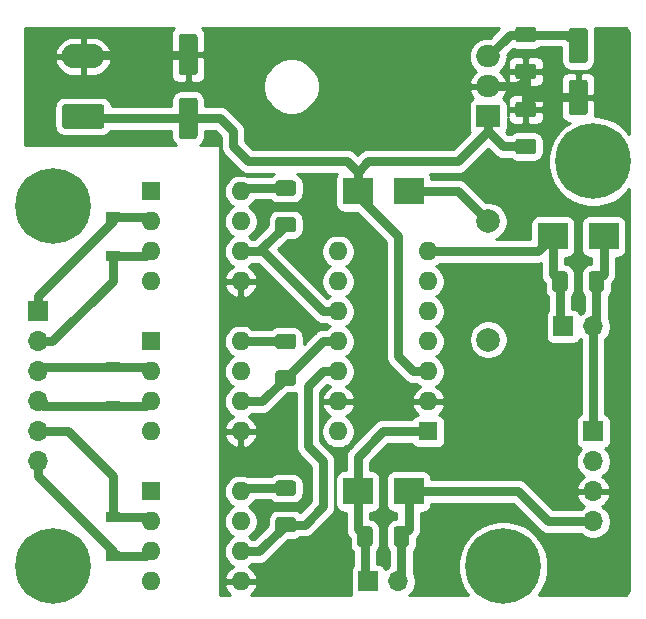
<source format=gbr>
%TF.GenerationSoftware,KiCad,Pcbnew,5.1.10-1.fc33*%
%TF.CreationDate,2021-06-13T17:02:16+02:00*%
%TF.ProjectId,power-driver,706f7765-722d-4647-9269-7665722e6b69,rev?*%
%TF.SameCoordinates,Original*%
%TF.FileFunction,Copper,L1,Top*%
%TF.FilePolarity,Positive*%
%FSLAX46Y46*%
G04 Gerber Fmt 4.6, Leading zero omitted, Abs format (unit mm)*
G04 Created by KiCad (PCBNEW 5.1.10-1.fc33) date 2021-06-13 17:02:16*
%MOMM*%
%LPD*%
G01*
G04 APERTURE LIST*
%TA.AperFunction,ComponentPad*%
%ADD10C,6.400000*%
%TD*%
%TA.AperFunction,SMDPad,CuDef*%
%ADD11R,1.200000X0.900000*%
%TD*%
%TA.AperFunction,ComponentPad*%
%ADD12O,1.700000X1.700000*%
%TD*%
%TA.AperFunction,ComponentPad*%
%ADD13R,1.700000X1.700000*%
%TD*%
%TA.AperFunction,ComponentPad*%
%ADD14O,2.000000X1.905000*%
%TD*%
%TA.AperFunction,ComponentPad*%
%ADD15R,2.000000X1.905000*%
%TD*%
%TA.AperFunction,ComponentPad*%
%ADD16O,1.600000X1.600000*%
%TD*%
%TA.AperFunction,ComponentPad*%
%ADD17R,1.600000X1.600000*%
%TD*%
%TA.AperFunction,ComponentPad*%
%ADD18O,3.600000X2.080000*%
%TD*%
%TA.AperFunction,SMDPad,CuDef*%
%ADD19R,2.500000X2.300000*%
%TD*%
%TA.AperFunction,ComponentPad*%
%ADD20C,2.000000*%
%TD*%
%TA.AperFunction,Conductor*%
%ADD21C,0.800000*%
%TD*%
%TA.AperFunction,Conductor*%
%ADD22C,0.254000*%
%TD*%
%TA.AperFunction,Conductor*%
%ADD23C,0.100000*%
%TD*%
G04 APERTURE END LIST*
D10*
%TO.P,H4,1*%
%TO.N,N/C*%
X100330000Y-119380000D03*
%TD*%
D11*
%TO.P,D6,2*%
%TO.N,Net-(D6-Pad2)*%
X105410000Y-118490000D03*
%TO.P,D6,1*%
%TO.N,Net-(D6-Pad1)*%
X105410000Y-115190000D03*
%TD*%
%TO.P,D5,2*%
%TO.N,Net-(D5-Pad2)*%
X105410000Y-105790000D03*
%TO.P,D5,1*%
%TO.N,Net-(D5-Pad1)*%
X105410000Y-102490000D03*
%TD*%
%TO.P,D4,2*%
%TO.N,Net-(D4-Pad2)*%
X105410000Y-93090000D03*
%TO.P,D4,1*%
%TO.N,Net-(D4-Pad1)*%
X105410000Y-89790000D03*
%TD*%
D10*
%TO.P,H3,1*%
%TO.N,N/C*%
X138430000Y-119380000D03*
%TD*%
%TO.P,H2,1*%
%TO.N,N/C*%
X146050000Y-85090000D03*
%TD*%
%TO.P,H1,1*%
%TO.N,N/C*%
X100330000Y-88900000D03*
%TD*%
D12*
%TO.P,JP2,2*%
%TO.N,Net-(D3-Pad2)*%
X129540000Y-120650000D03*
D13*
%TO.P,JP2,1*%
%TO.N,Net-(D3-Pad1)*%
X127000000Y-120650000D03*
%TD*%
D12*
%TO.P,JP1,2*%
%TO.N,Net-(D2-Pad2)*%
X146050000Y-99060000D03*
D13*
%TO.P,JP1,1*%
%TO.N,Net-(D2-Pad1)*%
X143510000Y-99060000D03*
%TD*%
D12*
%TO.P,J3,4*%
%TO.N,Net-(D3-Pad2)*%
X146050000Y-115570000D03*
%TO.P,J3,3*%
%TO.N,GND*%
X146050000Y-113030000D03*
%TO.P,J3,2*%
%TO.N,Net-(C10-Pad2)*%
X146050000Y-110490000D03*
D13*
%TO.P,J3,1*%
%TO.N,Net-(D2-Pad2)*%
X146050000Y-107950000D03*
%TD*%
D12*
%TO.P,J2,6*%
%TO.N,Net-(D6-Pad2)*%
X99060000Y-110490000D03*
%TO.P,J2,5*%
%TO.N,Net-(D6-Pad1)*%
X99060000Y-107950000D03*
%TO.P,J2,4*%
%TO.N,Net-(D5-Pad2)*%
X99060000Y-105410000D03*
%TO.P,J2,3*%
%TO.N,Net-(D5-Pad1)*%
X99060000Y-102870000D03*
%TO.P,J2,2*%
%TO.N,Net-(D4-Pad2)*%
X99060000Y-100330000D03*
D13*
%TO.P,J2,1*%
%TO.N,Net-(D4-Pad1)*%
X99060000Y-97790000D03*
%TD*%
D14*
%TO.P,U1,3*%
%TO.N,+5V*%
X137160000Y-76200000D03*
%TO.P,U1,2*%
%TO.N,GND*%
X137160000Y-78740000D03*
D15*
%TO.P,U1,1*%
%TO.N,+15V*%
X137160000Y-81280000D03*
%TD*%
D16*
%TO.P,U5,14*%
%TO.N,N/C*%
X124460000Y-107950000D03*
%TO.P,U5,7*%
%TO.N,Net-(D2-Pad1)*%
X132080000Y-92710000D03*
%TO.P,U5,13*%
%TO.N,GND*%
X124460000Y-105410000D03*
%TO.P,U5,6*%
%TO.N,Net-(C10-Pad1)*%
X132080000Y-95250000D03*
%TO.P,U5,12*%
%TO.N,Net-(R3-Pad2)*%
X124460000Y-102870000D03*
%TO.P,U5,5*%
%TO.N,Net-(C10-Pad2)*%
X132080000Y-97790000D03*
%TO.P,U5,11*%
%TO.N,Net-(R2-Pad2)*%
X124460000Y-100330000D03*
%TO.P,U5,4*%
%TO.N,N/C*%
X132080000Y-100330000D03*
%TO.P,U5,10*%
%TO.N,Net-(R1-Pad2)*%
X124460000Y-97790000D03*
%TO.P,U5,3*%
%TO.N,+15V*%
X132080000Y-102870000D03*
%TO.P,U5,9*%
%TO.N,+5V*%
X124460000Y-95250000D03*
%TO.P,U5,2*%
%TO.N,GND*%
X132080000Y-105410000D03*
%TO.P,U5,8*%
%TO.N,N/C*%
X124460000Y-92710000D03*
D17*
%TO.P,U5,1*%
%TO.N,Net-(D3-Pad1)*%
X132080000Y-107950000D03*
%TD*%
D16*
%TO.P,U4,8*%
%TO.N,+5V*%
X116205000Y-113030000D03*
%TO.P,U4,4*%
%TO.N,N/C*%
X108585000Y-120650000D03*
%TO.P,U4,7*%
%TO.N,+5V*%
X116205000Y-115570000D03*
%TO.P,U4,3*%
%TO.N,Net-(D6-Pad2)*%
X108585000Y-118110000D03*
%TO.P,U4,6*%
%TO.N,Net-(R3-Pad2)*%
X116205000Y-118110000D03*
%TO.P,U4,2*%
%TO.N,Net-(D6-Pad1)*%
X108585000Y-115570000D03*
%TO.P,U4,5*%
%TO.N,GND*%
X116205000Y-120650000D03*
D17*
%TO.P,U4,1*%
%TO.N,N/C*%
X108585000Y-113030000D03*
%TD*%
D16*
%TO.P,U3,8*%
%TO.N,+5V*%
X116205000Y-100330000D03*
%TO.P,U3,4*%
%TO.N,N/C*%
X108585000Y-107950000D03*
%TO.P,U3,7*%
%TO.N,+5V*%
X116205000Y-102870000D03*
%TO.P,U3,3*%
%TO.N,Net-(D5-Pad2)*%
X108585000Y-105410000D03*
%TO.P,U3,6*%
%TO.N,Net-(R2-Pad2)*%
X116205000Y-105410000D03*
%TO.P,U3,2*%
%TO.N,Net-(D5-Pad1)*%
X108585000Y-102870000D03*
%TO.P,U3,5*%
%TO.N,GND*%
X116205000Y-107950000D03*
D17*
%TO.P,U3,1*%
%TO.N,N/C*%
X108585000Y-100330000D03*
%TD*%
D16*
%TO.P,U2,8*%
%TO.N,+5V*%
X116205000Y-87630000D03*
%TO.P,U2,4*%
%TO.N,N/C*%
X108585000Y-95250000D03*
%TO.P,U2,7*%
%TO.N,+5V*%
X116205000Y-90170000D03*
%TO.P,U2,3*%
%TO.N,Net-(D4-Pad2)*%
X108585000Y-92710000D03*
%TO.P,U2,6*%
%TO.N,Net-(R1-Pad2)*%
X116205000Y-92710000D03*
%TO.P,U2,2*%
%TO.N,Net-(D4-Pad1)*%
X108585000Y-90170000D03*
%TO.P,U2,5*%
%TO.N,GND*%
X116205000Y-95250000D03*
D17*
%TO.P,U2,1*%
%TO.N,N/C*%
X108585000Y-87630000D03*
%TD*%
%TO.P,R8,2*%
%TO.N,Net-(D3-Pad2)*%
%TA.AperFunction,SMDPad,CuDef*%
G36*
G01*
X129170000Y-117465000D02*
X129170000Y-116215000D01*
G75*
G02*
X129420000Y-115965000I250000J0D01*
G01*
X130220000Y-115965000D01*
G75*
G02*
X130470000Y-116215000I0J-250000D01*
G01*
X130470000Y-117465000D01*
G75*
G02*
X130220000Y-117715000I-250000J0D01*
G01*
X129420000Y-117715000D01*
G75*
G02*
X129170000Y-117465000I0J250000D01*
G01*
G37*
%TD.AperFunction*%
%TO.P,R8,1*%
%TO.N,Net-(D3-Pad1)*%
%TA.AperFunction,SMDPad,CuDef*%
G36*
G01*
X126070000Y-117465000D02*
X126070000Y-116215000D01*
G75*
G02*
X126320000Y-115965000I250000J0D01*
G01*
X127120000Y-115965000D01*
G75*
G02*
X127370000Y-116215000I0J-250000D01*
G01*
X127370000Y-117465000D01*
G75*
G02*
X127120000Y-117715000I-250000J0D01*
G01*
X126320000Y-117715000D01*
G75*
G02*
X126070000Y-117465000I0J250000D01*
G01*
G37*
%TD.AperFunction*%
%TD*%
%TO.P,R7,2*%
%TO.N,Net-(D2-Pad2)*%
%TA.AperFunction,SMDPad,CuDef*%
G36*
G01*
X145680000Y-95875000D02*
X145680000Y-94625000D01*
G75*
G02*
X145930000Y-94375000I250000J0D01*
G01*
X146730000Y-94375000D01*
G75*
G02*
X146980000Y-94625000I0J-250000D01*
G01*
X146980000Y-95875000D01*
G75*
G02*
X146730000Y-96125000I-250000J0D01*
G01*
X145930000Y-96125000D01*
G75*
G02*
X145680000Y-95875000I0J250000D01*
G01*
G37*
%TD.AperFunction*%
%TO.P,R7,1*%
%TO.N,Net-(D2-Pad1)*%
%TA.AperFunction,SMDPad,CuDef*%
G36*
G01*
X142580000Y-95875000D02*
X142580000Y-94625000D01*
G75*
G02*
X142830000Y-94375000I250000J0D01*
G01*
X143630000Y-94375000D01*
G75*
G02*
X143880000Y-94625000I0J-250000D01*
G01*
X143880000Y-95875000D01*
G75*
G02*
X143630000Y-96125000I-250000J0D01*
G01*
X142830000Y-96125000D01*
G75*
G02*
X142580000Y-95875000I0J250000D01*
G01*
G37*
%TD.AperFunction*%
%TD*%
%TO.P,R3,2*%
%TO.N,Net-(R3-Pad2)*%
%TA.AperFunction,SMDPad,CuDef*%
G36*
G01*
X119390000Y-115200000D02*
X120640000Y-115200000D01*
G75*
G02*
X120890000Y-115450000I0J-250000D01*
G01*
X120890000Y-116250000D01*
G75*
G02*
X120640000Y-116500000I-250000J0D01*
G01*
X119390000Y-116500000D01*
G75*
G02*
X119140000Y-116250000I0J250000D01*
G01*
X119140000Y-115450000D01*
G75*
G02*
X119390000Y-115200000I250000J0D01*
G01*
G37*
%TD.AperFunction*%
%TO.P,R3,1*%
%TO.N,+5V*%
%TA.AperFunction,SMDPad,CuDef*%
G36*
G01*
X119390000Y-112100000D02*
X120640000Y-112100000D01*
G75*
G02*
X120890000Y-112350000I0J-250000D01*
G01*
X120890000Y-113150000D01*
G75*
G02*
X120640000Y-113400000I-250000J0D01*
G01*
X119390000Y-113400000D01*
G75*
G02*
X119140000Y-113150000I0J250000D01*
G01*
X119140000Y-112350000D01*
G75*
G02*
X119390000Y-112100000I250000J0D01*
G01*
G37*
%TD.AperFunction*%
%TD*%
%TO.P,R2,2*%
%TO.N,Net-(R2-Pad2)*%
%TA.AperFunction,SMDPad,CuDef*%
G36*
G01*
X119390000Y-102780000D02*
X120640000Y-102780000D01*
G75*
G02*
X120890000Y-103030000I0J-250000D01*
G01*
X120890000Y-103830000D01*
G75*
G02*
X120640000Y-104080000I-250000J0D01*
G01*
X119390000Y-104080000D01*
G75*
G02*
X119140000Y-103830000I0J250000D01*
G01*
X119140000Y-103030000D01*
G75*
G02*
X119390000Y-102780000I250000J0D01*
G01*
G37*
%TD.AperFunction*%
%TO.P,R2,1*%
%TO.N,+5V*%
%TA.AperFunction,SMDPad,CuDef*%
G36*
G01*
X119390000Y-99680000D02*
X120640000Y-99680000D01*
G75*
G02*
X120890000Y-99930000I0J-250000D01*
G01*
X120890000Y-100730000D01*
G75*
G02*
X120640000Y-100980000I-250000J0D01*
G01*
X119390000Y-100980000D01*
G75*
G02*
X119140000Y-100730000I0J250000D01*
G01*
X119140000Y-99930000D01*
G75*
G02*
X119390000Y-99680000I250000J0D01*
G01*
G37*
%TD.AperFunction*%
%TD*%
%TO.P,R1,2*%
%TO.N,Net-(R1-Pad2)*%
%TA.AperFunction,SMDPad,CuDef*%
G36*
G01*
X119390000Y-89800000D02*
X120640000Y-89800000D01*
G75*
G02*
X120890000Y-90050000I0J-250000D01*
G01*
X120890000Y-90850000D01*
G75*
G02*
X120640000Y-91100000I-250000J0D01*
G01*
X119390000Y-91100000D01*
G75*
G02*
X119140000Y-90850000I0J250000D01*
G01*
X119140000Y-90050000D01*
G75*
G02*
X119390000Y-89800000I250000J0D01*
G01*
G37*
%TD.AperFunction*%
%TO.P,R1,1*%
%TO.N,+5V*%
%TA.AperFunction,SMDPad,CuDef*%
G36*
G01*
X119390000Y-86700000D02*
X120640000Y-86700000D01*
G75*
G02*
X120890000Y-86950000I0J-250000D01*
G01*
X120890000Y-87750000D01*
G75*
G02*
X120640000Y-88000000I-250000J0D01*
G01*
X119390000Y-88000000D01*
G75*
G02*
X119140000Y-87750000I0J250000D01*
G01*
X119140000Y-86950000D01*
G75*
G02*
X119390000Y-86700000I250000J0D01*
G01*
G37*
%TD.AperFunction*%
%TD*%
D18*
%TO.P,J1,2*%
%TO.N,GND*%
X102870000Y-76200000D03*
%TO.P,J1,1*%
%TO.N,+15V*%
%TA.AperFunction,ComponentPad*%
G36*
G01*
X104420001Y-82320000D02*
X101319999Y-82320000D01*
G75*
G02*
X101070000Y-82070001I0J249999D01*
G01*
X101070000Y-80489999D01*
G75*
G02*
X101319999Y-80240000I249999J0D01*
G01*
X104420001Y-80240000D01*
G75*
G02*
X104670000Y-80489999I0J-249999D01*
G01*
X104670000Y-82070001D01*
G75*
G02*
X104420001Y-82320000I-249999J0D01*
G01*
G37*
%TD.AperFunction*%
%TD*%
D19*
%TO.P,D3,2*%
%TO.N,Net-(D3-Pad2)*%
X130420000Y-113030000D03*
%TO.P,D3,1*%
%TO.N,Net-(D3-Pad1)*%
X126120000Y-113030000D03*
%TD*%
%TO.P,D2,2*%
%TO.N,Net-(D2-Pad2)*%
X146930000Y-91440000D03*
%TO.P,D2,1*%
%TO.N,Net-(D2-Pad1)*%
X142630000Y-91440000D03*
%TD*%
%TO.P,D1,2*%
%TO.N,+15V*%
X126120000Y-87630000D03*
%TO.P,D1,1*%
%TO.N,Net-(C10-Pad1)*%
X130420000Y-87630000D03*
%TD*%
D20*
%TO.P,C10,2*%
%TO.N,Net-(C10-Pad2)*%
X137160000Y-100170000D03*
%TO.P,C10,1*%
%TO.N,Net-(C10-Pad1)*%
X137160000Y-90170000D03*
%TD*%
%TO.P,C4,2*%
%TO.N,GND*%
%TA.AperFunction,SMDPad,CuDef*%
G36*
G01*
X144230000Y-78170000D02*
X145330000Y-78170000D01*
G75*
G02*
X145580000Y-78420000I0J-250000D01*
G01*
X145580000Y-80920000D01*
G75*
G02*
X145330000Y-81170000I-250000J0D01*
G01*
X144230000Y-81170000D01*
G75*
G02*
X143980000Y-80920000I0J250000D01*
G01*
X143980000Y-78420000D01*
G75*
G02*
X144230000Y-78170000I250000J0D01*
G01*
G37*
%TD.AperFunction*%
%TO.P,C4,1*%
%TO.N,+5V*%
%TA.AperFunction,SMDPad,CuDef*%
G36*
G01*
X144230000Y-73770000D02*
X145330000Y-73770000D01*
G75*
G02*
X145580000Y-74020000I0J-250000D01*
G01*
X145580000Y-76520000D01*
G75*
G02*
X145330000Y-76770000I-250000J0D01*
G01*
X144230000Y-76770000D01*
G75*
G02*
X143980000Y-76520000I0J250000D01*
G01*
X143980000Y-74020000D01*
G75*
G02*
X144230000Y-73770000I250000J0D01*
G01*
G37*
%TD.AperFunction*%
%TD*%
%TO.P,C3,2*%
%TO.N,GND*%
%TA.AperFunction,SMDPad,CuDef*%
G36*
G01*
X139684999Y-76807500D02*
X140985001Y-76807500D01*
G75*
G02*
X141235000Y-77057499I0J-249999D01*
G01*
X141235000Y-77882501D01*
G75*
G02*
X140985001Y-78132500I-249999J0D01*
G01*
X139684999Y-78132500D01*
G75*
G02*
X139435000Y-77882501I0J249999D01*
G01*
X139435000Y-77057499D01*
G75*
G02*
X139684999Y-76807500I249999J0D01*
G01*
G37*
%TD.AperFunction*%
%TO.P,C3,1*%
%TO.N,+5V*%
%TA.AperFunction,SMDPad,CuDef*%
G36*
G01*
X139684999Y-73682500D02*
X140985001Y-73682500D01*
G75*
G02*
X141235000Y-73932499I0J-249999D01*
G01*
X141235000Y-74757501D01*
G75*
G02*
X140985001Y-75007500I-249999J0D01*
G01*
X139684999Y-75007500D01*
G75*
G02*
X139435000Y-74757501I0J249999D01*
G01*
X139435000Y-73932499D01*
G75*
G02*
X139684999Y-73682500I249999J0D01*
G01*
G37*
%TD.AperFunction*%
%TD*%
%TO.P,C2,2*%
%TO.N,GND*%
%TA.AperFunction,SMDPad,CuDef*%
G36*
G01*
X140985001Y-81357500D02*
X139684999Y-81357500D01*
G75*
G02*
X139435000Y-81107501I0J249999D01*
G01*
X139435000Y-80282499D01*
G75*
G02*
X139684999Y-80032500I249999J0D01*
G01*
X140985001Y-80032500D01*
G75*
G02*
X141235000Y-80282499I0J-249999D01*
G01*
X141235000Y-81107501D01*
G75*
G02*
X140985001Y-81357500I-249999J0D01*
G01*
G37*
%TD.AperFunction*%
%TO.P,C2,1*%
%TO.N,+15V*%
%TA.AperFunction,SMDPad,CuDef*%
G36*
G01*
X140985001Y-84482500D02*
X139684999Y-84482500D01*
G75*
G02*
X139435000Y-84232501I0J249999D01*
G01*
X139435000Y-83407499D01*
G75*
G02*
X139684999Y-83157500I249999J0D01*
G01*
X140985001Y-83157500D01*
G75*
G02*
X141235000Y-83407499I0J-249999D01*
G01*
X141235000Y-84232501D01*
G75*
G02*
X140985001Y-84482500I-249999J0D01*
G01*
G37*
%TD.AperFunction*%
%TD*%
%TO.P,C1,2*%
%TO.N,GND*%
%TA.AperFunction,SMDPad,CuDef*%
G36*
G01*
X112310000Y-77790000D02*
X111210000Y-77790000D01*
G75*
G02*
X110960000Y-77540000I0J250000D01*
G01*
X110960000Y-74540000D01*
G75*
G02*
X111210000Y-74290000I250000J0D01*
G01*
X112310000Y-74290000D01*
G75*
G02*
X112560000Y-74540000I0J-250000D01*
G01*
X112560000Y-77540000D01*
G75*
G02*
X112310000Y-77790000I-250000J0D01*
G01*
G37*
%TD.AperFunction*%
%TO.P,C1,1*%
%TO.N,+15V*%
%TA.AperFunction,SMDPad,CuDef*%
G36*
G01*
X112310000Y-83190000D02*
X111210000Y-83190000D01*
G75*
G02*
X110960000Y-82940000I0J250000D01*
G01*
X110960000Y-79940000D01*
G75*
G02*
X111210000Y-79690000I250000J0D01*
G01*
X112310000Y-79690000D01*
G75*
G02*
X112560000Y-79940000I0J-250000D01*
G01*
X112560000Y-82940000D01*
G75*
G02*
X112310000Y-83190000I-250000J0D01*
G01*
G37*
%TD.AperFunction*%
%TD*%
D21*
%TO.N,GND*%
X103030000Y-76040000D02*
X102870000Y-76200000D01*
X111760000Y-76040000D02*
X103030000Y-76040000D01*
X140630000Y-79670000D02*
X140335000Y-79375000D01*
X144780000Y-79670000D02*
X140630000Y-79670000D01*
X140335000Y-79375000D02*
X140335000Y-80695000D01*
X139700000Y-78740000D02*
X140335000Y-78105000D01*
X140335000Y-78105000D02*
X140335000Y-79375000D01*
X140335000Y-77470000D02*
X140335000Y-78105000D01*
X139700000Y-78740000D02*
X140335000Y-79375000D01*
X137160000Y-78740000D02*
X139700000Y-78740000D01*
%TO.N,+15V*%
X140335000Y-83820000D02*
X139700000Y-83820000D01*
X137160000Y-81280000D02*
X137160000Y-82550000D01*
X137160000Y-82550000D02*
X134620000Y-85090000D01*
X134620000Y-85090000D02*
X127000000Y-85090000D01*
X126120000Y-85970000D02*
X126120000Y-87630000D01*
X127000000Y-85090000D02*
X126120000Y-85970000D01*
X111760000Y-81440000D02*
X114460000Y-81440000D01*
X114460000Y-81440000D02*
X115570000Y-82550000D01*
X115570000Y-82550000D02*
X115570000Y-83820000D01*
X115570000Y-83820000D02*
X116840000Y-85090000D01*
X125240000Y-85090000D02*
X126120000Y-85970000D01*
X116840000Y-85090000D02*
X125240000Y-85090000D01*
X103030000Y-81440000D02*
X102870000Y-81280000D01*
X111760000Y-81440000D02*
X103030000Y-81440000D01*
X126120000Y-87630000D02*
X126120000Y-88020000D01*
X126120000Y-88020000D02*
X129540000Y-91440000D01*
X129540000Y-91440000D02*
X129540000Y-101600000D01*
X130810000Y-102870000D02*
X132080000Y-102870000D01*
X129540000Y-101600000D02*
X130810000Y-102870000D01*
X138430000Y-83820000D02*
X137160000Y-82550000D01*
X140335000Y-83820000D02*
X138430000Y-83820000D01*
%TO.N,+5V*%
X116485000Y-87350000D02*
X116205000Y-87630000D01*
X120015000Y-87350000D02*
X116485000Y-87350000D01*
X116485000Y-112750000D02*
X116205000Y-113030000D01*
X120015000Y-112750000D02*
X116485000Y-112750000D01*
X120015000Y-100330000D02*
X116205000Y-100330000D01*
X139015000Y-74345000D02*
X137160000Y-76200000D01*
X140335000Y-74345000D02*
X139015000Y-74345000D01*
X143855000Y-74345000D02*
X144780000Y-75270000D01*
X140335000Y-74345000D02*
X143855000Y-74345000D01*
%TO.N,Net-(C10-Pad1)*%
X134620000Y-87630000D02*
X137160000Y-90170000D01*
X130420000Y-87630000D02*
X134620000Y-87630000D01*
%TO.N,Net-(D2-Pad2)*%
X146930000Y-94650000D02*
X146330000Y-95250000D01*
X146930000Y-91440000D02*
X146930000Y-94650000D01*
X146330000Y-98780000D02*
X146050000Y-99060000D01*
X146330000Y-95250000D02*
X146330000Y-98780000D01*
X146050000Y-99060000D02*
X146050000Y-107950000D01*
%TO.N,Net-(D2-Pad1)*%
X142630000Y-94650000D02*
X143230000Y-95250000D01*
X142630000Y-91440000D02*
X142630000Y-94650000D01*
X143230000Y-98780000D02*
X143510000Y-99060000D01*
X143230000Y-95250000D02*
X143230000Y-98780000D01*
X141360000Y-92710000D02*
X142630000Y-91440000D01*
X132080000Y-92710000D02*
X141360000Y-92710000D01*
%TO.N,Net-(D3-Pad2)*%
X130420000Y-116240000D02*
X129820000Y-116840000D01*
X130420000Y-113030000D02*
X130420000Y-116240000D01*
X129820000Y-120370000D02*
X129540000Y-120650000D01*
X129820000Y-116840000D02*
X129820000Y-120370000D01*
X146050000Y-115570000D02*
X142240000Y-115570000D01*
X139700000Y-113030000D02*
X130420000Y-113030000D01*
X142240000Y-115570000D02*
X139700000Y-113030000D01*
%TO.N,Net-(D3-Pad1)*%
X126120000Y-116240000D02*
X126720000Y-116840000D01*
X126120000Y-113030000D02*
X126120000Y-116240000D01*
X126720000Y-120370000D02*
X127000000Y-120650000D01*
X126720000Y-116840000D02*
X126720000Y-120370000D01*
X126120000Y-113030000D02*
X126120000Y-110100000D01*
X128270000Y-107950000D02*
X132080000Y-107950000D01*
X126120000Y-110100000D02*
X128270000Y-107950000D01*
%TO.N,Net-(D4-Pad2)*%
X108205000Y-93090000D02*
X108585000Y-92710000D01*
X105410000Y-93090000D02*
X108205000Y-93090000D01*
X105410000Y-95182081D02*
X105410000Y-93090000D01*
X100262081Y-100330000D02*
X105410000Y-95182081D01*
X99060000Y-100330000D02*
X100262081Y-100330000D01*
%TO.N,Net-(D4-Pad1)*%
X108205000Y-89790000D02*
X108585000Y-90170000D01*
X105410000Y-89790000D02*
X108205000Y-89790000D01*
X99060000Y-97790000D02*
X99060000Y-96520000D01*
X105410000Y-90170000D02*
X105410000Y-89790000D01*
X99060000Y-96520000D02*
X105410000Y-90170000D01*
%TO.N,Net-(D5-Pad2)*%
X108205000Y-105790000D02*
X108585000Y-105410000D01*
X105410000Y-105790000D02*
X108205000Y-105790000D01*
X99440000Y-105790000D02*
X99060000Y-105410000D01*
X105410000Y-105790000D02*
X99440000Y-105790000D01*
%TO.N,Net-(D5-Pad1)*%
X108205000Y-102490000D02*
X108585000Y-102870000D01*
X105410000Y-102490000D02*
X108205000Y-102490000D01*
X99440000Y-102490000D02*
X99060000Y-102870000D01*
X105410000Y-102490000D02*
X99440000Y-102490000D01*
%TO.N,Net-(D6-Pad2)*%
X108205000Y-118490000D02*
X108585000Y-118110000D01*
X105410000Y-118490000D02*
X108205000Y-118490000D01*
X105410000Y-118110000D02*
X99060000Y-111760000D01*
X105410000Y-118490000D02*
X105410000Y-118110000D01*
X99060000Y-111760000D02*
X99060000Y-110490000D01*
%TO.N,Net-(D6-Pad1)*%
X108205000Y-115190000D02*
X108585000Y-115570000D01*
X105410000Y-115190000D02*
X108205000Y-115190000D01*
X105410000Y-115190000D02*
X105410000Y-111760000D01*
X101600000Y-107950000D02*
X99060000Y-107950000D01*
X105410000Y-111760000D02*
X101600000Y-107950000D01*
%TO.N,Net-(R1-Pad2)*%
X117755000Y-92710000D02*
X120015000Y-90450000D01*
X116205000Y-92710000D02*
X117755000Y-92710000D01*
X123190000Y-97790000D02*
X124460000Y-97790000D01*
X118110000Y-92710000D02*
X123190000Y-97790000D01*
X117755000Y-92710000D02*
X118110000Y-92710000D01*
%TO.N,Net-(R2-Pad2)*%
X118035000Y-105410000D02*
X120015000Y-103430000D01*
X116205000Y-105410000D02*
X118035000Y-105410000D01*
X123190000Y-100330000D02*
X124460000Y-100330000D01*
X121920000Y-101600000D02*
X123190000Y-100330000D01*
X120015000Y-103430000D02*
X121920000Y-101600000D01*
%TO.N,Net-(R3-Pad2)*%
X117755000Y-118110000D02*
X120015000Y-115850000D01*
X116205000Y-118110000D02*
X117755000Y-118110000D01*
X121920000Y-109220000D02*
X121920000Y-104140000D01*
X123190000Y-110490000D02*
X121920000Y-109220000D01*
X123190000Y-114300000D02*
X123190000Y-110490000D01*
X121640000Y-115850000D02*
X123190000Y-114300000D01*
X120015000Y-115850000D02*
X121640000Y-115850000D01*
X121920000Y-104140000D02*
X123190000Y-102870000D01*
X123190000Y-102870000D02*
X124460000Y-102870000D01*
%TD*%
D22*
%TO.N,GND*%
X110508815Y-73838815D02*
X110429463Y-73935506D01*
X110370498Y-74045820D01*
X110334188Y-74165518D01*
X110321928Y-74290000D01*
X110325000Y-75754250D01*
X110483750Y-75913000D01*
X111633000Y-75913000D01*
X111633000Y-75893000D01*
X111887000Y-75893000D01*
X111887000Y-75913000D01*
X113036250Y-75913000D01*
X113195000Y-75754250D01*
X113198072Y-74290000D01*
X113185812Y-74165518D01*
X113149502Y-74045820D01*
X113090537Y-73935506D01*
X113011185Y-73838815D01*
X112948048Y-73787000D01*
X138109289Y-73787000D01*
X137283790Y-74612500D01*
X137034514Y-74612500D01*
X136801296Y-74635470D01*
X136502051Y-74726245D01*
X136226265Y-74873655D01*
X135984537Y-75072037D01*
X135786155Y-75313765D01*
X135638745Y-75589551D01*
X135547970Y-75888796D01*
X135517319Y-76200000D01*
X135547970Y-76511204D01*
X135638745Y-76810449D01*
X135786155Y-77086235D01*
X135984537Y-77327963D01*
X136163899Y-77475163D01*
X135978685Y-77630563D01*
X135784031Y-77873077D01*
X135640429Y-78148906D01*
X135569437Y-78367020D01*
X135689406Y-78613000D01*
X137033000Y-78613000D01*
X137033000Y-78593000D01*
X137287000Y-78593000D01*
X137287000Y-78613000D01*
X138630594Y-78613000D01*
X138750563Y-78367020D01*
X138679571Y-78148906D01*
X138671030Y-78132500D01*
X138796928Y-78132500D01*
X138809188Y-78256982D01*
X138845498Y-78376680D01*
X138904463Y-78486994D01*
X138983815Y-78583685D01*
X139080506Y-78663037D01*
X139190820Y-78722002D01*
X139310518Y-78758312D01*
X139435000Y-78770572D01*
X140049250Y-78767500D01*
X140208000Y-78608750D01*
X140208000Y-77597000D01*
X140462000Y-77597000D01*
X140462000Y-78608750D01*
X140620750Y-78767500D01*
X141235000Y-78770572D01*
X141359482Y-78758312D01*
X141479180Y-78722002D01*
X141589494Y-78663037D01*
X141686185Y-78583685D01*
X141765537Y-78486994D01*
X141824502Y-78376680D01*
X141860812Y-78256982D01*
X141869378Y-78170000D01*
X143341928Y-78170000D01*
X143345000Y-79384250D01*
X143503750Y-79543000D01*
X144653000Y-79543000D01*
X144653000Y-77693750D01*
X144907000Y-77693750D01*
X144907000Y-79543000D01*
X146056250Y-79543000D01*
X146215000Y-79384250D01*
X146218072Y-78170000D01*
X146205812Y-78045518D01*
X146169502Y-77925820D01*
X146110537Y-77815506D01*
X146031185Y-77718815D01*
X145934494Y-77639463D01*
X145824180Y-77580498D01*
X145704482Y-77544188D01*
X145580000Y-77531928D01*
X145065750Y-77535000D01*
X144907000Y-77693750D01*
X144653000Y-77693750D01*
X144494250Y-77535000D01*
X143980000Y-77531928D01*
X143855518Y-77544188D01*
X143735820Y-77580498D01*
X143625506Y-77639463D01*
X143528815Y-77718815D01*
X143449463Y-77815506D01*
X143390498Y-77925820D01*
X143354188Y-78045518D01*
X143341928Y-78170000D01*
X141869378Y-78170000D01*
X141873072Y-78132500D01*
X141870000Y-77755750D01*
X141711250Y-77597000D01*
X140462000Y-77597000D01*
X140208000Y-77597000D01*
X138958750Y-77597000D01*
X138800000Y-77755750D01*
X138796928Y-78132500D01*
X138671030Y-78132500D01*
X138535969Y-77873077D01*
X138341315Y-77630563D01*
X138156101Y-77475163D01*
X138335463Y-77327963D01*
X138533845Y-77086235D01*
X138681255Y-76810449D01*
X138682149Y-76807500D01*
X138796928Y-76807500D01*
X138800000Y-77184250D01*
X138958750Y-77343000D01*
X140208000Y-77343000D01*
X140208000Y-76331250D01*
X140462000Y-76331250D01*
X140462000Y-77343000D01*
X141711250Y-77343000D01*
X141870000Y-77184250D01*
X141873072Y-76807500D01*
X141860812Y-76683018D01*
X141824502Y-76563320D01*
X141765537Y-76453006D01*
X141686185Y-76356315D01*
X141589494Y-76276963D01*
X141479180Y-76217998D01*
X141359482Y-76181688D01*
X141235000Y-76169428D01*
X140620750Y-76172500D01*
X140462000Y-76331250D01*
X140208000Y-76331250D01*
X140049250Y-76172500D01*
X139435000Y-76169428D01*
X139310518Y-76181688D01*
X139190820Y-76217998D01*
X139080506Y-76276963D01*
X138983815Y-76356315D01*
X138904463Y-76453006D01*
X138845498Y-76563320D01*
X138809188Y-76683018D01*
X138796928Y-76807500D01*
X138682149Y-76807500D01*
X138772030Y-76511204D01*
X138802681Y-76200000D01*
X138786634Y-76037076D01*
X139280366Y-75543345D01*
X139345149Y-75577972D01*
X139511745Y-75628508D01*
X139684999Y-75645572D01*
X140985001Y-75645572D01*
X141158255Y-75628508D01*
X141324851Y-75577972D01*
X141478387Y-75495905D01*
X141612962Y-75385462D01*
X141617445Y-75380000D01*
X143341928Y-75380000D01*
X143341928Y-76520000D01*
X143358992Y-76693254D01*
X143409528Y-76859850D01*
X143491595Y-77013386D01*
X143602038Y-77147962D01*
X143736614Y-77258405D01*
X143890150Y-77340472D01*
X144056746Y-77391008D01*
X144230000Y-77408072D01*
X145330000Y-77408072D01*
X145503254Y-77391008D01*
X145669850Y-77340472D01*
X145823386Y-77258405D01*
X145957962Y-77147962D01*
X146068405Y-77013386D01*
X146150472Y-76859850D01*
X146201008Y-76693254D01*
X146218072Y-76520000D01*
X146218072Y-74020000D01*
X146201008Y-73846746D01*
X146182884Y-73787000D01*
X148798627Y-73787000D01*
X148875965Y-73880486D01*
X149050183Y-74202695D01*
X149098000Y-74357165D01*
X149098000Y-82748837D01*
X149028839Y-82645330D01*
X148494670Y-82111161D01*
X147866554Y-81691467D01*
X147168628Y-81402377D01*
X146427715Y-81255000D01*
X146209701Y-81255000D01*
X146218072Y-81170000D01*
X146215000Y-79955750D01*
X146056250Y-79797000D01*
X144907000Y-79797000D01*
X144907000Y-79817000D01*
X144653000Y-79817000D01*
X144653000Y-79797000D01*
X143503750Y-79797000D01*
X143345000Y-79955750D01*
X143341928Y-81170000D01*
X143354188Y-81294482D01*
X143390498Y-81414180D01*
X143449463Y-81524494D01*
X143528815Y-81621185D01*
X143625506Y-81700537D01*
X143735820Y-81759502D01*
X143855518Y-81795812D01*
X143980000Y-81808072D01*
X144059646Y-81807596D01*
X143605330Y-82111161D01*
X143071161Y-82645330D01*
X142651467Y-83273446D01*
X142362377Y-83971372D01*
X142215000Y-84712285D01*
X142215000Y-85467715D01*
X142362377Y-86208628D01*
X142651467Y-86906554D01*
X143071161Y-87534670D01*
X143605330Y-88068839D01*
X144233446Y-88488533D01*
X144931372Y-88777623D01*
X145672285Y-88925000D01*
X146427715Y-88925000D01*
X147168628Y-88777623D01*
X147866554Y-88488533D01*
X148494670Y-88068839D01*
X149028839Y-87534670D01*
X149098000Y-87431163D01*
X149098000Y-121223512D01*
X149055220Y-121365206D01*
X148883257Y-121688623D01*
X148798129Y-121793000D01*
X141430000Y-121793000D01*
X141828533Y-121196554D01*
X142117623Y-120498628D01*
X142265000Y-119757715D01*
X142265000Y-119002285D01*
X142117623Y-118261372D01*
X141828533Y-117563446D01*
X141408839Y-116935330D01*
X140874670Y-116401161D01*
X140246554Y-115981467D01*
X139548628Y-115692377D01*
X138807715Y-115545000D01*
X138052285Y-115545000D01*
X137311372Y-115692377D01*
X136613446Y-115981467D01*
X135985330Y-116401161D01*
X135451161Y-116935330D01*
X135031467Y-117563446D01*
X134742377Y-118261372D01*
X134595000Y-119002285D01*
X134595000Y-119757715D01*
X134742377Y-120498628D01*
X135031467Y-121196554D01*
X135430000Y-121793000D01*
X130497107Y-121793000D01*
X130693475Y-121596632D01*
X130855990Y-121353411D01*
X130967932Y-121083158D01*
X131025000Y-120796260D01*
X131025000Y-120503740D01*
X130967932Y-120216842D01*
X130855990Y-119946589D01*
X130855000Y-119945107D01*
X130855000Y-118084386D01*
X130958405Y-117958386D01*
X131040472Y-117804850D01*
X131091008Y-117638254D01*
X131108072Y-117465000D01*
X131108072Y-117015638D01*
X131115903Y-117007807D01*
X131155396Y-116975396D01*
X131235358Y-116877962D01*
X131284734Y-116817798D01*
X131380840Y-116637994D01*
X131380841Y-116637993D01*
X131440024Y-116442895D01*
X131455000Y-116290838D01*
X131455000Y-116290829D01*
X131460006Y-116240001D01*
X131455000Y-116189173D01*
X131455000Y-114818072D01*
X131670000Y-114818072D01*
X131794482Y-114805812D01*
X131914180Y-114769502D01*
X132024494Y-114710537D01*
X132121185Y-114631185D01*
X132200537Y-114534494D01*
X132259502Y-114424180D01*
X132295812Y-114304482D01*
X132308072Y-114180000D01*
X132308072Y-114065000D01*
X139271290Y-114065000D01*
X141472197Y-116265908D01*
X141504604Y-116305396D01*
X141544092Y-116337803D01*
X141662202Y-116434734D01*
X141755793Y-116484759D01*
X141842007Y-116530841D01*
X142037105Y-116590024D01*
X142189162Y-116605000D01*
X142189171Y-116605000D01*
X142239999Y-116610006D01*
X142290827Y-116605000D01*
X144984893Y-116605000D01*
X145103368Y-116723475D01*
X145346589Y-116885990D01*
X145616842Y-116997932D01*
X145903740Y-117055000D01*
X146196260Y-117055000D01*
X146483158Y-116997932D01*
X146753411Y-116885990D01*
X146996632Y-116723475D01*
X147203475Y-116516632D01*
X147365990Y-116273411D01*
X147477932Y-116003158D01*
X147535000Y-115716260D01*
X147535000Y-115423740D01*
X147477932Y-115136842D01*
X147365990Y-114866589D01*
X147203475Y-114623368D01*
X146996632Y-114416525D01*
X146814466Y-114294805D01*
X146931355Y-114225178D01*
X147147588Y-114030269D01*
X147321641Y-113796920D01*
X147446825Y-113534099D01*
X147491476Y-113386890D01*
X147370155Y-113157000D01*
X146177000Y-113157000D01*
X146177000Y-113177000D01*
X145923000Y-113177000D01*
X145923000Y-113157000D01*
X144729845Y-113157000D01*
X144608524Y-113386890D01*
X144653175Y-113534099D01*
X144778359Y-113796920D01*
X144952412Y-114030269D01*
X145168645Y-114225178D01*
X145285534Y-114294805D01*
X145103368Y-114416525D01*
X144984893Y-114535000D01*
X142668711Y-114535000D01*
X140467807Y-112334097D01*
X140435396Y-112294604D01*
X140277797Y-112165266D01*
X140097993Y-112069159D01*
X139902895Y-112009976D01*
X139750838Y-111995000D01*
X139750828Y-111995000D01*
X139700000Y-111989994D01*
X139649172Y-111995000D01*
X132308072Y-111995000D01*
X132308072Y-111880000D01*
X132295812Y-111755518D01*
X132259502Y-111635820D01*
X132200537Y-111525506D01*
X132121185Y-111428815D01*
X132024494Y-111349463D01*
X131914180Y-111290498D01*
X131794482Y-111254188D01*
X131670000Y-111241928D01*
X129170000Y-111241928D01*
X129045518Y-111254188D01*
X128925820Y-111290498D01*
X128815506Y-111349463D01*
X128718815Y-111428815D01*
X128639463Y-111525506D01*
X128580498Y-111635820D01*
X128544188Y-111755518D01*
X128531928Y-111880000D01*
X128531928Y-114180000D01*
X128544188Y-114304482D01*
X128580498Y-114424180D01*
X128639463Y-114534494D01*
X128718815Y-114631185D01*
X128815506Y-114710537D01*
X128925820Y-114769502D01*
X129045518Y-114805812D01*
X129170000Y-114818072D01*
X129385001Y-114818072D01*
X129385001Y-115330375D01*
X129246746Y-115343992D01*
X129080150Y-115394528D01*
X128926614Y-115476595D01*
X128792038Y-115587038D01*
X128681595Y-115721614D01*
X128599528Y-115875150D01*
X128548992Y-116041746D01*
X128531928Y-116215000D01*
X128531928Y-117465000D01*
X128548992Y-117638254D01*
X128599528Y-117804850D01*
X128681595Y-117958386D01*
X128785000Y-118084387D01*
X128785001Y-119368480D01*
X128593368Y-119496525D01*
X128461513Y-119628380D01*
X128439502Y-119555820D01*
X128380537Y-119445506D01*
X128301185Y-119348815D01*
X128204494Y-119269463D01*
X128094180Y-119210498D01*
X127974482Y-119174188D01*
X127850000Y-119161928D01*
X127755000Y-119161928D01*
X127755000Y-118084386D01*
X127858405Y-117958386D01*
X127940472Y-117804850D01*
X127991008Y-117638254D01*
X128008072Y-117465000D01*
X128008072Y-116215000D01*
X127991008Y-116041746D01*
X127940472Y-115875150D01*
X127858405Y-115721614D01*
X127747962Y-115587038D01*
X127613386Y-115476595D01*
X127459850Y-115394528D01*
X127293254Y-115343992D01*
X127155000Y-115330375D01*
X127155000Y-114818072D01*
X127370000Y-114818072D01*
X127494482Y-114805812D01*
X127614180Y-114769502D01*
X127724494Y-114710537D01*
X127821185Y-114631185D01*
X127900537Y-114534494D01*
X127959502Y-114424180D01*
X127995812Y-114304482D01*
X128008072Y-114180000D01*
X128008072Y-111880000D01*
X127995812Y-111755518D01*
X127959502Y-111635820D01*
X127900537Y-111525506D01*
X127821185Y-111428815D01*
X127724494Y-111349463D01*
X127614180Y-111290498D01*
X127494482Y-111254188D01*
X127370000Y-111241928D01*
X127155000Y-111241928D01*
X127155000Y-110528710D01*
X128698711Y-108985000D01*
X130687713Y-108985000D01*
X130690498Y-108994180D01*
X130749463Y-109104494D01*
X130828815Y-109201185D01*
X130925506Y-109280537D01*
X131035820Y-109339502D01*
X131155518Y-109375812D01*
X131280000Y-109388072D01*
X132880000Y-109388072D01*
X133004482Y-109375812D01*
X133124180Y-109339502D01*
X133234494Y-109280537D01*
X133331185Y-109201185D01*
X133410537Y-109104494D01*
X133469502Y-108994180D01*
X133505812Y-108874482D01*
X133518072Y-108750000D01*
X133518072Y-107150000D01*
X133505812Y-107025518D01*
X133469502Y-106905820D01*
X133410537Y-106795506D01*
X133331185Y-106698815D01*
X133234494Y-106619463D01*
X133124180Y-106560498D01*
X133004482Y-106524188D01*
X132979920Y-106521769D01*
X133143519Y-106373414D01*
X133311037Y-106147420D01*
X133431246Y-105893087D01*
X133471904Y-105759039D01*
X133349915Y-105537000D01*
X132207000Y-105537000D01*
X132207000Y-105557000D01*
X131953000Y-105557000D01*
X131953000Y-105537000D01*
X130810085Y-105537000D01*
X130688096Y-105759039D01*
X130728754Y-105893087D01*
X130848963Y-106147420D01*
X131016481Y-106373414D01*
X131180080Y-106521769D01*
X131155518Y-106524188D01*
X131035820Y-106560498D01*
X130925506Y-106619463D01*
X130828815Y-106698815D01*
X130749463Y-106795506D01*
X130690498Y-106905820D01*
X130687713Y-106915000D01*
X128320827Y-106915000D01*
X128269999Y-106909994D01*
X128219171Y-106915000D01*
X128219162Y-106915000D01*
X128067105Y-106929976D01*
X127872007Y-106989159D01*
X127845424Y-107003368D01*
X127692202Y-107085266D01*
X127613324Y-107150000D01*
X127534604Y-107214604D01*
X127502197Y-107254092D01*
X125424092Y-109332198D01*
X125384605Y-109364604D01*
X125352198Y-109404092D01*
X125352197Y-109404093D01*
X125255266Y-109522203D01*
X125159160Y-109702007D01*
X125099977Y-109897105D01*
X125079994Y-110100000D01*
X125085001Y-110150838D01*
X125085001Y-111241928D01*
X124870000Y-111241928D01*
X124745518Y-111254188D01*
X124625820Y-111290498D01*
X124515506Y-111349463D01*
X124418815Y-111428815D01*
X124339463Y-111525506D01*
X124280498Y-111635820D01*
X124244188Y-111755518D01*
X124231928Y-111880000D01*
X124231928Y-114180000D01*
X124244188Y-114304482D01*
X124280498Y-114424180D01*
X124339463Y-114534494D01*
X124418815Y-114631185D01*
X124515506Y-114710537D01*
X124625820Y-114769502D01*
X124745518Y-114805812D01*
X124870000Y-114818072D01*
X125085001Y-114818072D01*
X125085001Y-116189162D01*
X125079994Y-116240000D01*
X125099977Y-116442895D01*
X125159160Y-116637993D01*
X125255266Y-116817797D01*
X125352197Y-116935907D01*
X125384605Y-116975396D01*
X125424093Y-117007803D01*
X125431928Y-117015638D01*
X125431928Y-117465000D01*
X125448992Y-117638254D01*
X125499528Y-117804850D01*
X125581595Y-117958386D01*
X125685000Y-118084387D01*
X125685001Y-119365648D01*
X125619463Y-119445506D01*
X125560498Y-119555820D01*
X125524188Y-119675518D01*
X125511928Y-119800000D01*
X125511928Y-121500000D01*
X125524188Y-121624482D01*
X125560498Y-121744180D01*
X125586593Y-121793000D01*
X117070480Y-121793000D01*
X117268519Y-121613414D01*
X117436037Y-121387420D01*
X117556246Y-121133087D01*
X117596904Y-120999039D01*
X117474915Y-120777000D01*
X116332000Y-120777000D01*
X116332000Y-120797000D01*
X116078000Y-120797000D01*
X116078000Y-120777000D01*
X114935085Y-120777000D01*
X114813096Y-120999039D01*
X114853754Y-121133087D01*
X114973963Y-121387420D01*
X115141481Y-121613414D01*
X115339520Y-121793000D01*
X114427000Y-121793000D01*
X114427000Y-108299039D01*
X114813096Y-108299039D01*
X114853754Y-108433087D01*
X114973963Y-108687420D01*
X115141481Y-108913414D01*
X115349869Y-109102385D01*
X115591119Y-109247070D01*
X115855960Y-109341909D01*
X116078000Y-109220624D01*
X116078000Y-108077000D01*
X116332000Y-108077000D01*
X116332000Y-109220624D01*
X116554040Y-109341909D01*
X116818881Y-109247070D01*
X117060131Y-109102385D01*
X117268519Y-108913414D01*
X117436037Y-108687420D01*
X117556246Y-108433087D01*
X117596904Y-108299039D01*
X117474915Y-108077000D01*
X116332000Y-108077000D01*
X116078000Y-108077000D01*
X114935085Y-108077000D01*
X114813096Y-108299039D01*
X114427000Y-108299039D01*
X114427000Y-95599039D01*
X114813096Y-95599039D01*
X114853754Y-95733087D01*
X114973963Y-95987420D01*
X115141481Y-96213414D01*
X115349869Y-96402385D01*
X115591119Y-96547070D01*
X115855960Y-96641909D01*
X116078000Y-96520624D01*
X116078000Y-95377000D01*
X116332000Y-95377000D01*
X116332000Y-96520624D01*
X116554040Y-96641909D01*
X116818881Y-96547070D01*
X117060131Y-96402385D01*
X117268519Y-96213414D01*
X117436037Y-95987420D01*
X117556246Y-95733087D01*
X117596904Y-95599039D01*
X117474915Y-95377000D01*
X116332000Y-95377000D01*
X116078000Y-95377000D01*
X114935085Y-95377000D01*
X114813096Y-95599039D01*
X114427000Y-95599039D01*
X114427000Y-83820000D01*
X114424560Y-83795224D01*
X114417333Y-83771399D01*
X114405597Y-83749443D01*
X114389803Y-83730197D01*
X114370557Y-83714403D01*
X114348601Y-83702667D01*
X114324776Y-83695440D01*
X114300000Y-83693000D01*
X112776081Y-83693000D01*
X112803386Y-83678405D01*
X112937962Y-83567962D01*
X113048405Y-83433386D01*
X113130472Y-83279850D01*
X113181008Y-83113254D01*
X113198072Y-82940000D01*
X113198072Y-82475000D01*
X114031290Y-82475000D01*
X114535000Y-82978711D01*
X114535001Y-83769163D01*
X114529994Y-83820000D01*
X114549977Y-84022895D01*
X114609160Y-84217993D01*
X114705266Y-84397797D01*
X114799157Y-84512203D01*
X114834605Y-84555396D01*
X114874092Y-84587802D01*
X116072196Y-85785907D01*
X116104604Y-85825396D01*
X116144092Y-85857803D01*
X116262202Y-85954734D01*
X116358309Y-86006104D01*
X116442007Y-86050841D01*
X116637105Y-86110024D01*
X116789162Y-86125000D01*
X116789171Y-86125000D01*
X116839999Y-86130006D01*
X116890827Y-86125000D01*
X119065077Y-86125000D01*
X119050150Y-86129528D01*
X118896614Y-86211595D01*
X118770614Y-86315000D01*
X116780143Y-86315000D01*
X116623574Y-86250147D01*
X116346335Y-86195000D01*
X116063665Y-86195000D01*
X115786426Y-86250147D01*
X115525273Y-86358320D01*
X115290241Y-86515363D01*
X115090363Y-86715241D01*
X114933320Y-86950273D01*
X114825147Y-87211426D01*
X114770000Y-87488665D01*
X114770000Y-87771335D01*
X114825147Y-88048574D01*
X114933320Y-88309727D01*
X115090363Y-88544759D01*
X115290241Y-88744637D01*
X115522759Y-88900000D01*
X115290241Y-89055363D01*
X115090363Y-89255241D01*
X114933320Y-89490273D01*
X114825147Y-89751426D01*
X114770000Y-90028665D01*
X114770000Y-90311335D01*
X114825147Y-90588574D01*
X114933320Y-90849727D01*
X115090363Y-91084759D01*
X115290241Y-91284637D01*
X115522759Y-91440000D01*
X115290241Y-91595363D01*
X115090363Y-91795241D01*
X114933320Y-92030273D01*
X114825147Y-92291426D01*
X114770000Y-92568665D01*
X114770000Y-92851335D01*
X114825147Y-93128574D01*
X114933320Y-93389727D01*
X115090363Y-93624759D01*
X115290241Y-93824637D01*
X115525273Y-93981680D01*
X115535865Y-93986067D01*
X115349869Y-94097615D01*
X115141481Y-94286586D01*
X114973963Y-94512580D01*
X114853754Y-94766913D01*
X114813096Y-94900961D01*
X114935085Y-95123000D01*
X116078000Y-95123000D01*
X116078000Y-95103000D01*
X116332000Y-95103000D01*
X116332000Y-95123000D01*
X117474915Y-95123000D01*
X117596904Y-94900961D01*
X117556246Y-94766913D01*
X117436037Y-94512580D01*
X117268519Y-94286586D01*
X117060131Y-94097615D01*
X116874135Y-93986067D01*
X116884727Y-93981680D01*
X117119759Y-93824637D01*
X117199396Y-93745000D01*
X117681290Y-93745000D01*
X122422197Y-98485908D01*
X122454604Y-98525396D01*
X122494092Y-98557803D01*
X122612202Y-98654734D01*
X122705793Y-98704759D01*
X122792007Y-98750841D01*
X122987105Y-98810024D01*
X123139162Y-98825000D01*
X123139164Y-98825000D01*
X123190000Y-98830007D01*
X123240835Y-98825000D01*
X123465604Y-98825000D01*
X123545241Y-98904637D01*
X123777759Y-99060000D01*
X123545241Y-99215363D01*
X123465604Y-99295000D01*
X123240827Y-99295000D01*
X123189999Y-99289994D01*
X123139171Y-99295000D01*
X123139162Y-99295000D01*
X122987105Y-99309976D01*
X122792007Y-99369159D01*
X122765424Y-99383368D01*
X122612202Y-99465266D01*
X122578216Y-99493158D01*
X122454604Y-99594604D01*
X122422197Y-99634092D01*
X121528072Y-100528218D01*
X121528072Y-99930000D01*
X121511008Y-99756746D01*
X121460472Y-99590150D01*
X121378405Y-99436614D01*
X121267962Y-99302038D01*
X121133386Y-99191595D01*
X120979850Y-99109528D01*
X120813254Y-99058992D01*
X120640000Y-99041928D01*
X119390000Y-99041928D01*
X119216746Y-99058992D01*
X119050150Y-99109528D01*
X118896614Y-99191595D01*
X118770614Y-99295000D01*
X117199396Y-99295000D01*
X117119759Y-99215363D01*
X116884727Y-99058320D01*
X116623574Y-98950147D01*
X116346335Y-98895000D01*
X116063665Y-98895000D01*
X115786426Y-98950147D01*
X115525273Y-99058320D01*
X115290241Y-99215363D01*
X115090363Y-99415241D01*
X114933320Y-99650273D01*
X114825147Y-99911426D01*
X114770000Y-100188665D01*
X114770000Y-100471335D01*
X114825147Y-100748574D01*
X114933320Y-101009727D01*
X115090363Y-101244759D01*
X115290241Y-101444637D01*
X115522759Y-101600000D01*
X115290241Y-101755363D01*
X115090363Y-101955241D01*
X114933320Y-102190273D01*
X114825147Y-102451426D01*
X114770000Y-102728665D01*
X114770000Y-103011335D01*
X114825147Y-103288574D01*
X114933320Y-103549727D01*
X115090363Y-103784759D01*
X115290241Y-103984637D01*
X115522759Y-104140000D01*
X115290241Y-104295363D01*
X115090363Y-104495241D01*
X114933320Y-104730273D01*
X114825147Y-104991426D01*
X114770000Y-105268665D01*
X114770000Y-105551335D01*
X114825147Y-105828574D01*
X114933320Y-106089727D01*
X115090363Y-106324759D01*
X115290241Y-106524637D01*
X115525273Y-106681680D01*
X115535865Y-106686067D01*
X115349869Y-106797615D01*
X115141481Y-106986586D01*
X114973963Y-107212580D01*
X114853754Y-107466913D01*
X114813096Y-107600961D01*
X114935085Y-107823000D01*
X116078000Y-107823000D01*
X116078000Y-107803000D01*
X116332000Y-107803000D01*
X116332000Y-107823000D01*
X117474915Y-107823000D01*
X117596904Y-107600961D01*
X117556246Y-107466913D01*
X117436037Y-107212580D01*
X117268519Y-106986586D01*
X117060131Y-106797615D01*
X116874135Y-106686067D01*
X116884727Y-106681680D01*
X117119759Y-106524637D01*
X117199396Y-106445000D01*
X117984172Y-106445000D01*
X118035000Y-106450006D01*
X118085828Y-106445000D01*
X118085838Y-106445000D01*
X118237895Y-106430024D01*
X118432993Y-106370841D01*
X118612797Y-106274734D01*
X118770396Y-106145396D01*
X118802807Y-106105903D01*
X120190639Y-104718072D01*
X120640000Y-104718072D01*
X120813254Y-104701008D01*
X120885001Y-104679244D01*
X120885000Y-109169172D01*
X120879994Y-109220000D01*
X120885000Y-109270828D01*
X120885000Y-109270837D01*
X120899976Y-109422894D01*
X120959159Y-109617992D01*
X121055266Y-109797797D01*
X121184604Y-109955396D01*
X121224097Y-109987807D01*
X122155001Y-110918712D01*
X122155000Y-113871289D01*
X121232969Y-114793320D01*
X121133386Y-114711595D01*
X120979850Y-114629528D01*
X120813254Y-114578992D01*
X120640000Y-114561928D01*
X119390000Y-114561928D01*
X119216746Y-114578992D01*
X119050150Y-114629528D01*
X118896614Y-114711595D01*
X118762038Y-114822038D01*
X118651595Y-114956614D01*
X118569528Y-115110150D01*
X118518992Y-115276746D01*
X118501928Y-115450000D01*
X118501928Y-115899361D01*
X117326290Y-117075000D01*
X117199396Y-117075000D01*
X117119759Y-116995363D01*
X116887241Y-116840000D01*
X117119759Y-116684637D01*
X117319637Y-116484759D01*
X117476680Y-116249727D01*
X117584853Y-115988574D01*
X117640000Y-115711335D01*
X117640000Y-115428665D01*
X117584853Y-115151426D01*
X117476680Y-114890273D01*
X117319637Y-114655241D01*
X117119759Y-114455363D01*
X116887241Y-114300000D01*
X117119759Y-114144637D01*
X117319637Y-113944759D01*
X117426384Y-113785000D01*
X118770614Y-113785000D01*
X118896614Y-113888405D01*
X119050150Y-113970472D01*
X119216746Y-114021008D01*
X119390000Y-114038072D01*
X120640000Y-114038072D01*
X120813254Y-114021008D01*
X120979850Y-113970472D01*
X121133386Y-113888405D01*
X121267962Y-113777962D01*
X121378405Y-113643386D01*
X121460472Y-113489850D01*
X121511008Y-113323254D01*
X121528072Y-113150000D01*
X121528072Y-112350000D01*
X121511008Y-112176746D01*
X121460472Y-112010150D01*
X121378405Y-111856614D01*
X121267962Y-111722038D01*
X121133386Y-111611595D01*
X120979850Y-111529528D01*
X120813254Y-111478992D01*
X120640000Y-111461928D01*
X119390000Y-111461928D01*
X119216746Y-111478992D01*
X119050150Y-111529528D01*
X118896614Y-111611595D01*
X118770614Y-111715000D01*
X116780143Y-111715000D01*
X116623574Y-111650147D01*
X116346335Y-111595000D01*
X116063665Y-111595000D01*
X115786426Y-111650147D01*
X115525273Y-111758320D01*
X115290241Y-111915363D01*
X115090363Y-112115241D01*
X114933320Y-112350273D01*
X114825147Y-112611426D01*
X114770000Y-112888665D01*
X114770000Y-113171335D01*
X114825147Y-113448574D01*
X114933320Y-113709727D01*
X115090363Y-113944759D01*
X115290241Y-114144637D01*
X115522759Y-114300000D01*
X115290241Y-114455363D01*
X115090363Y-114655241D01*
X114933320Y-114890273D01*
X114825147Y-115151426D01*
X114770000Y-115428665D01*
X114770000Y-115711335D01*
X114825147Y-115988574D01*
X114933320Y-116249727D01*
X115090363Y-116484759D01*
X115290241Y-116684637D01*
X115522759Y-116840000D01*
X115290241Y-116995363D01*
X115090363Y-117195241D01*
X114933320Y-117430273D01*
X114825147Y-117691426D01*
X114770000Y-117968665D01*
X114770000Y-118251335D01*
X114825147Y-118528574D01*
X114933320Y-118789727D01*
X115090363Y-119024759D01*
X115290241Y-119224637D01*
X115525273Y-119381680D01*
X115535865Y-119386067D01*
X115349869Y-119497615D01*
X115141481Y-119686586D01*
X114973963Y-119912580D01*
X114853754Y-120166913D01*
X114813096Y-120300961D01*
X114935085Y-120523000D01*
X116078000Y-120523000D01*
X116078000Y-120503000D01*
X116332000Y-120503000D01*
X116332000Y-120523000D01*
X117474915Y-120523000D01*
X117596904Y-120300961D01*
X117556246Y-120166913D01*
X117436037Y-119912580D01*
X117268519Y-119686586D01*
X117060131Y-119497615D01*
X116874135Y-119386067D01*
X116884727Y-119381680D01*
X117119759Y-119224637D01*
X117199396Y-119145000D01*
X117704172Y-119145000D01*
X117755000Y-119150006D01*
X117805828Y-119145000D01*
X117805838Y-119145000D01*
X117957895Y-119130024D01*
X118152993Y-119070841D01*
X118332797Y-118974734D01*
X118490396Y-118845396D01*
X118522807Y-118805903D01*
X120190639Y-117138072D01*
X120640000Y-117138072D01*
X120813254Y-117121008D01*
X120979850Y-117070472D01*
X121133386Y-116988405D01*
X121259386Y-116885000D01*
X121589172Y-116885000D01*
X121640000Y-116890006D01*
X121690828Y-116885000D01*
X121690838Y-116885000D01*
X121842895Y-116870024D01*
X122037993Y-116810841D01*
X122217797Y-116714734D01*
X122375396Y-116585396D01*
X122407807Y-116545903D01*
X123885908Y-115067803D01*
X123925396Y-115035396D01*
X123990051Y-114956614D01*
X124054734Y-114877798D01*
X124128388Y-114740000D01*
X124150841Y-114697993D01*
X124210024Y-114502895D01*
X124225000Y-114350838D01*
X124225000Y-114350829D01*
X124230006Y-114300001D01*
X124225000Y-114249173D01*
X124225000Y-110540827D01*
X124230006Y-110489999D01*
X124225000Y-110439171D01*
X124225000Y-110439162D01*
X124210024Y-110287105D01*
X124150841Y-110092007D01*
X124056714Y-109915907D01*
X124054734Y-109912202D01*
X123957803Y-109794092D01*
X123925396Y-109754604D01*
X123885908Y-109722197D01*
X122955000Y-108791290D01*
X122955000Y-107808665D01*
X123025000Y-107808665D01*
X123025000Y-108091335D01*
X123080147Y-108368574D01*
X123188320Y-108629727D01*
X123345363Y-108864759D01*
X123545241Y-109064637D01*
X123780273Y-109221680D01*
X124041426Y-109329853D01*
X124318665Y-109385000D01*
X124601335Y-109385000D01*
X124878574Y-109329853D01*
X125139727Y-109221680D01*
X125374759Y-109064637D01*
X125574637Y-108864759D01*
X125731680Y-108629727D01*
X125839853Y-108368574D01*
X125895000Y-108091335D01*
X125895000Y-107808665D01*
X125839853Y-107531426D01*
X125731680Y-107270273D01*
X125574637Y-107035241D01*
X125374759Y-106835363D01*
X125139727Y-106678320D01*
X125129135Y-106673933D01*
X125315131Y-106562385D01*
X125523519Y-106373414D01*
X125691037Y-106147420D01*
X125811246Y-105893087D01*
X125851904Y-105759039D01*
X125729915Y-105537000D01*
X124587000Y-105537000D01*
X124587000Y-105557000D01*
X124333000Y-105557000D01*
X124333000Y-105537000D01*
X123190085Y-105537000D01*
X123068096Y-105759039D01*
X123108754Y-105893087D01*
X123228963Y-106147420D01*
X123396481Y-106373414D01*
X123604869Y-106562385D01*
X123790865Y-106673933D01*
X123780273Y-106678320D01*
X123545241Y-106835363D01*
X123345363Y-107035241D01*
X123188320Y-107270273D01*
X123080147Y-107531426D01*
X123025000Y-107808665D01*
X122955000Y-107808665D01*
X122955000Y-104568710D01*
X123542157Y-103981553D01*
X123545241Y-103984637D01*
X123780273Y-104141680D01*
X123790865Y-104146067D01*
X123604869Y-104257615D01*
X123396481Y-104446586D01*
X123228963Y-104672580D01*
X123108754Y-104926913D01*
X123068096Y-105060961D01*
X123190085Y-105283000D01*
X124333000Y-105283000D01*
X124333000Y-105263000D01*
X124587000Y-105263000D01*
X124587000Y-105283000D01*
X125729915Y-105283000D01*
X125851904Y-105060961D01*
X125811246Y-104926913D01*
X125691037Y-104672580D01*
X125523519Y-104446586D01*
X125315131Y-104257615D01*
X125129135Y-104146067D01*
X125139727Y-104141680D01*
X125374759Y-103984637D01*
X125574637Y-103784759D01*
X125731680Y-103549727D01*
X125839853Y-103288574D01*
X125895000Y-103011335D01*
X125895000Y-102728665D01*
X125839853Y-102451426D01*
X125731680Y-102190273D01*
X125574637Y-101955241D01*
X125374759Y-101755363D01*
X125142241Y-101600000D01*
X125374759Y-101444637D01*
X125574637Y-101244759D01*
X125731680Y-101009727D01*
X125839853Y-100748574D01*
X125895000Y-100471335D01*
X125895000Y-100188665D01*
X125839853Y-99911426D01*
X125731680Y-99650273D01*
X125574637Y-99415241D01*
X125374759Y-99215363D01*
X125142241Y-99060000D01*
X125374759Y-98904637D01*
X125574637Y-98704759D01*
X125731680Y-98469727D01*
X125839853Y-98208574D01*
X125895000Y-97931335D01*
X125895000Y-97648665D01*
X125839853Y-97371426D01*
X125731680Y-97110273D01*
X125574637Y-96875241D01*
X125374759Y-96675363D01*
X125142241Y-96520000D01*
X125374759Y-96364637D01*
X125574637Y-96164759D01*
X125731680Y-95929727D01*
X125839853Y-95668574D01*
X125895000Y-95391335D01*
X125895000Y-95108665D01*
X125839853Y-94831426D01*
X125731680Y-94570273D01*
X125574637Y-94335241D01*
X125374759Y-94135363D01*
X125142241Y-93980000D01*
X125374759Y-93824637D01*
X125574637Y-93624759D01*
X125731680Y-93389727D01*
X125839853Y-93128574D01*
X125895000Y-92851335D01*
X125895000Y-92568665D01*
X125839853Y-92291426D01*
X125731680Y-92030273D01*
X125574637Y-91795241D01*
X125374759Y-91595363D01*
X125139727Y-91438320D01*
X124878574Y-91330147D01*
X124601335Y-91275000D01*
X124318665Y-91275000D01*
X124041426Y-91330147D01*
X123780273Y-91438320D01*
X123545241Y-91595363D01*
X123345363Y-91795241D01*
X123188320Y-92030273D01*
X123080147Y-92291426D01*
X123025000Y-92568665D01*
X123025000Y-92851335D01*
X123080147Y-93128574D01*
X123188320Y-93389727D01*
X123345363Y-93624759D01*
X123545241Y-93824637D01*
X123777759Y-93980000D01*
X123545241Y-94135363D01*
X123345363Y-94335241D01*
X123188320Y-94570273D01*
X123080147Y-94831426D01*
X123025000Y-95108665D01*
X123025000Y-95391335D01*
X123080147Y-95668574D01*
X123188320Y-95929727D01*
X123345363Y-96164759D01*
X123545241Y-96364637D01*
X123777759Y-96520000D01*
X123545241Y-96675363D01*
X123542157Y-96678447D01*
X119396210Y-92532500D01*
X120190639Y-91738072D01*
X120640000Y-91738072D01*
X120813254Y-91721008D01*
X120979850Y-91670472D01*
X121133386Y-91588405D01*
X121267962Y-91477962D01*
X121378405Y-91343386D01*
X121460472Y-91189850D01*
X121511008Y-91023254D01*
X121528072Y-90850000D01*
X121528072Y-90050000D01*
X121511008Y-89876746D01*
X121460472Y-89710150D01*
X121378405Y-89556614D01*
X121267962Y-89422038D01*
X121133386Y-89311595D01*
X120979850Y-89229528D01*
X120813254Y-89178992D01*
X120640000Y-89161928D01*
X119390000Y-89161928D01*
X119216746Y-89178992D01*
X119050150Y-89229528D01*
X118896614Y-89311595D01*
X118762038Y-89422038D01*
X118651595Y-89556614D01*
X118569528Y-89710150D01*
X118518992Y-89876746D01*
X118501928Y-90050000D01*
X118501928Y-90499361D01*
X117326290Y-91675000D01*
X117199396Y-91675000D01*
X117119759Y-91595363D01*
X116887241Y-91440000D01*
X117119759Y-91284637D01*
X117319637Y-91084759D01*
X117476680Y-90849727D01*
X117584853Y-90588574D01*
X117640000Y-90311335D01*
X117640000Y-90028665D01*
X117584853Y-89751426D01*
X117476680Y-89490273D01*
X117319637Y-89255241D01*
X117119759Y-89055363D01*
X116887241Y-88900000D01*
X117119759Y-88744637D01*
X117319637Y-88544759D01*
X117426384Y-88385000D01*
X118770614Y-88385000D01*
X118896614Y-88488405D01*
X119050150Y-88570472D01*
X119216746Y-88621008D01*
X119390000Y-88638072D01*
X120640000Y-88638072D01*
X120813254Y-88621008D01*
X120979850Y-88570472D01*
X121133386Y-88488405D01*
X121267962Y-88377962D01*
X121378405Y-88243386D01*
X121460472Y-88089850D01*
X121511008Y-87923254D01*
X121528072Y-87750000D01*
X121528072Y-86950000D01*
X121511008Y-86776746D01*
X121460472Y-86610150D01*
X121378405Y-86456614D01*
X121267962Y-86322038D01*
X121133386Y-86211595D01*
X120979850Y-86129528D01*
X120964923Y-86125000D01*
X124339878Y-86125000D01*
X124339463Y-86125506D01*
X124280498Y-86235820D01*
X124244188Y-86355518D01*
X124231928Y-86480000D01*
X124231928Y-88780000D01*
X124244188Y-88904482D01*
X124280498Y-89024180D01*
X124339463Y-89134494D01*
X124418815Y-89231185D01*
X124515506Y-89310537D01*
X124625820Y-89369502D01*
X124745518Y-89405812D01*
X124870000Y-89418072D01*
X126054362Y-89418072D01*
X128505000Y-91868711D01*
X128505001Y-101549162D01*
X128499994Y-101600000D01*
X128519977Y-101802895D01*
X128579160Y-101997993D01*
X128675266Y-102177797D01*
X128769157Y-102292203D01*
X128804605Y-102335396D01*
X128844092Y-102367802D01*
X130042197Y-103565908D01*
X130074604Y-103605396D01*
X130114092Y-103637803D01*
X130232202Y-103734734D01*
X130325793Y-103784759D01*
X130412007Y-103830841D01*
X130607105Y-103890024D01*
X130759162Y-103905000D01*
X130759171Y-103905000D01*
X130809999Y-103910006D01*
X130860827Y-103905000D01*
X131085604Y-103905000D01*
X131165241Y-103984637D01*
X131400273Y-104141680D01*
X131410865Y-104146067D01*
X131224869Y-104257615D01*
X131016481Y-104446586D01*
X130848963Y-104672580D01*
X130728754Y-104926913D01*
X130688096Y-105060961D01*
X130810085Y-105283000D01*
X131953000Y-105283000D01*
X131953000Y-105263000D01*
X132207000Y-105263000D01*
X132207000Y-105283000D01*
X133349915Y-105283000D01*
X133471904Y-105060961D01*
X133431246Y-104926913D01*
X133311037Y-104672580D01*
X133143519Y-104446586D01*
X132935131Y-104257615D01*
X132749135Y-104146067D01*
X132759727Y-104141680D01*
X132994759Y-103984637D01*
X133194637Y-103784759D01*
X133351680Y-103549727D01*
X133459853Y-103288574D01*
X133515000Y-103011335D01*
X133515000Y-102728665D01*
X133459853Y-102451426D01*
X133351680Y-102190273D01*
X133194637Y-101955241D01*
X132994759Y-101755363D01*
X132762241Y-101600000D01*
X132994759Y-101444637D01*
X133194637Y-101244759D01*
X133351680Y-101009727D01*
X133459853Y-100748574D01*
X133515000Y-100471335D01*
X133515000Y-100188665D01*
X133479256Y-100008967D01*
X135525000Y-100008967D01*
X135525000Y-100331033D01*
X135587832Y-100646912D01*
X135711082Y-100944463D01*
X135890013Y-101212252D01*
X136117748Y-101439987D01*
X136385537Y-101618918D01*
X136683088Y-101742168D01*
X136998967Y-101805000D01*
X137321033Y-101805000D01*
X137636912Y-101742168D01*
X137934463Y-101618918D01*
X138202252Y-101439987D01*
X138429987Y-101212252D01*
X138608918Y-100944463D01*
X138732168Y-100646912D01*
X138795000Y-100331033D01*
X138795000Y-100008967D01*
X138732168Y-99693088D01*
X138608918Y-99395537D01*
X138429987Y-99127748D01*
X138202252Y-98900013D01*
X137934463Y-98721082D01*
X137636912Y-98597832D01*
X137321033Y-98535000D01*
X136998967Y-98535000D01*
X136683088Y-98597832D01*
X136385537Y-98721082D01*
X136117748Y-98900013D01*
X135890013Y-99127748D01*
X135711082Y-99395537D01*
X135587832Y-99693088D01*
X135525000Y-100008967D01*
X133479256Y-100008967D01*
X133459853Y-99911426D01*
X133351680Y-99650273D01*
X133194637Y-99415241D01*
X132994759Y-99215363D01*
X132762241Y-99060000D01*
X132994759Y-98904637D01*
X133194637Y-98704759D01*
X133351680Y-98469727D01*
X133459853Y-98208574D01*
X133515000Y-97931335D01*
X133515000Y-97648665D01*
X133459853Y-97371426D01*
X133351680Y-97110273D01*
X133194637Y-96875241D01*
X132994759Y-96675363D01*
X132762241Y-96520000D01*
X132994759Y-96364637D01*
X133194637Y-96164759D01*
X133351680Y-95929727D01*
X133459853Y-95668574D01*
X133515000Y-95391335D01*
X133515000Y-95108665D01*
X133459853Y-94831426D01*
X133351680Y-94570273D01*
X133194637Y-94335241D01*
X132994759Y-94135363D01*
X132762241Y-93980000D01*
X132994759Y-93824637D01*
X133074396Y-93745000D01*
X141309172Y-93745000D01*
X141360000Y-93750006D01*
X141410828Y-93745000D01*
X141410838Y-93745000D01*
X141562895Y-93730024D01*
X141595001Y-93720285D01*
X141595001Y-94599162D01*
X141589994Y-94650000D01*
X141609977Y-94852895D01*
X141669160Y-95047993D01*
X141765266Y-95227797D01*
X141862197Y-95345907D01*
X141894605Y-95385396D01*
X141934093Y-95417803D01*
X141941928Y-95425638D01*
X141941928Y-95875000D01*
X141958992Y-96048254D01*
X142009528Y-96214850D01*
X142091595Y-96368386D01*
X142195000Y-96494387D01*
X142195001Y-97775648D01*
X142129463Y-97855506D01*
X142070498Y-97965820D01*
X142034188Y-98085518D01*
X142021928Y-98210000D01*
X142021928Y-99910000D01*
X142034188Y-100034482D01*
X142070498Y-100154180D01*
X142129463Y-100264494D01*
X142208815Y-100361185D01*
X142305506Y-100440537D01*
X142415820Y-100499502D01*
X142535518Y-100535812D01*
X142660000Y-100548072D01*
X144360000Y-100548072D01*
X144484482Y-100535812D01*
X144604180Y-100499502D01*
X144714494Y-100440537D01*
X144811185Y-100361185D01*
X144890537Y-100264494D01*
X144949502Y-100154180D01*
X144971513Y-100081620D01*
X145015000Y-100125107D01*
X145015001Y-106492546D01*
X144955820Y-106510498D01*
X144845506Y-106569463D01*
X144748815Y-106648815D01*
X144669463Y-106745506D01*
X144610498Y-106855820D01*
X144574188Y-106975518D01*
X144561928Y-107100000D01*
X144561928Y-108800000D01*
X144574188Y-108924482D01*
X144610498Y-109044180D01*
X144669463Y-109154494D01*
X144748815Y-109251185D01*
X144845506Y-109330537D01*
X144955820Y-109389502D01*
X145028380Y-109411513D01*
X144896525Y-109543368D01*
X144734010Y-109786589D01*
X144622068Y-110056842D01*
X144565000Y-110343740D01*
X144565000Y-110636260D01*
X144622068Y-110923158D01*
X144734010Y-111193411D01*
X144896525Y-111436632D01*
X145103368Y-111643475D01*
X145285534Y-111765195D01*
X145168645Y-111834822D01*
X144952412Y-112029731D01*
X144778359Y-112263080D01*
X144653175Y-112525901D01*
X144608524Y-112673110D01*
X144729845Y-112903000D01*
X145923000Y-112903000D01*
X145923000Y-112883000D01*
X146177000Y-112883000D01*
X146177000Y-112903000D01*
X147370155Y-112903000D01*
X147491476Y-112673110D01*
X147446825Y-112525901D01*
X147321641Y-112263080D01*
X147147588Y-112029731D01*
X146931355Y-111834822D01*
X146814466Y-111765195D01*
X146996632Y-111643475D01*
X147203475Y-111436632D01*
X147365990Y-111193411D01*
X147477932Y-110923158D01*
X147535000Y-110636260D01*
X147535000Y-110343740D01*
X147477932Y-110056842D01*
X147365990Y-109786589D01*
X147203475Y-109543368D01*
X147071620Y-109411513D01*
X147144180Y-109389502D01*
X147254494Y-109330537D01*
X147351185Y-109251185D01*
X147430537Y-109154494D01*
X147489502Y-109044180D01*
X147525812Y-108924482D01*
X147538072Y-108800000D01*
X147538072Y-107100000D01*
X147525812Y-106975518D01*
X147489502Y-106855820D01*
X147430537Y-106745506D01*
X147351185Y-106648815D01*
X147254494Y-106569463D01*
X147144180Y-106510498D01*
X147085000Y-106492546D01*
X147085000Y-100125107D01*
X147203475Y-100006632D01*
X147365990Y-99763411D01*
X147477932Y-99493158D01*
X147535000Y-99206260D01*
X147535000Y-98913740D01*
X147477932Y-98626842D01*
X147365990Y-98356589D01*
X147365000Y-98355107D01*
X147365000Y-96494386D01*
X147468405Y-96368386D01*
X147550472Y-96214850D01*
X147601008Y-96048254D01*
X147618072Y-95875000D01*
X147618072Y-95425638D01*
X147625903Y-95417807D01*
X147665396Y-95385396D01*
X147743942Y-95289687D01*
X147794734Y-95227798D01*
X147890840Y-95047994D01*
X147890841Y-95047993D01*
X147950024Y-94852895D01*
X147965000Y-94700838D01*
X147965000Y-94700829D01*
X147970006Y-94650001D01*
X147965000Y-94599173D01*
X147965000Y-93228072D01*
X148180000Y-93228072D01*
X148304482Y-93215812D01*
X148424180Y-93179502D01*
X148534494Y-93120537D01*
X148631185Y-93041185D01*
X148710537Y-92944494D01*
X148769502Y-92834180D01*
X148805812Y-92714482D01*
X148818072Y-92590000D01*
X148818072Y-90290000D01*
X148805812Y-90165518D01*
X148769502Y-90045820D01*
X148710537Y-89935506D01*
X148631185Y-89838815D01*
X148534494Y-89759463D01*
X148424180Y-89700498D01*
X148304482Y-89664188D01*
X148180000Y-89651928D01*
X145680000Y-89651928D01*
X145555518Y-89664188D01*
X145435820Y-89700498D01*
X145325506Y-89759463D01*
X145228815Y-89838815D01*
X145149463Y-89935506D01*
X145090498Y-90045820D01*
X145054188Y-90165518D01*
X145041928Y-90290000D01*
X145041928Y-92590000D01*
X145054188Y-92714482D01*
X145090498Y-92834180D01*
X145149463Y-92944494D01*
X145228815Y-93041185D01*
X145325506Y-93120537D01*
X145435820Y-93179502D01*
X145555518Y-93215812D01*
X145680000Y-93228072D01*
X145895001Y-93228072D01*
X145895001Y-93740375D01*
X145756746Y-93753992D01*
X145590150Y-93804528D01*
X145436614Y-93886595D01*
X145302038Y-93997038D01*
X145191595Y-94131614D01*
X145109528Y-94285150D01*
X145058992Y-94451746D01*
X145041928Y-94625000D01*
X145041928Y-95875000D01*
X145058992Y-96048254D01*
X145109528Y-96214850D01*
X145191595Y-96368386D01*
X145295000Y-96494387D01*
X145295001Y-97778480D01*
X145103368Y-97906525D01*
X144971513Y-98038380D01*
X144949502Y-97965820D01*
X144890537Y-97855506D01*
X144811185Y-97758815D01*
X144714494Y-97679463D01*
X144604180Y-97620498D01*
X144484482Y-97584188D01*
X144360000Y-97571928D01*
X144265000Y-97571928D01*
X144265000Y-96494386D01*
X144368405Y-96368386D01*
X144450472Y-96214850D01*
X144501008Y-96048254D01*
X144518072Y-95875000D01*
X144518072Y-94625000D01*
X144501008Y-94451746D01*
X144450472Y-94285150D01*
X144368405Y-94131614D01*
X144257962Y-93997038D01*
X144123386Y-93886595D01*
X143969850Y-93804528D01*
X143803254Y-93753992D01*
X143665000Y-93740375D01*
X143665000Y-93228072D01*
X143880000Y-93228072D01*
X144004482Y-93215812D01*
X144124180Y-93179502D01*
X144234494Y-93120537D01*
X144331185Y-93041185D01*
X144410537Y-92944494D01*
X144469502Y-92834180D01*
X144505812Y-92714482D01*
X144518072Y-92590000D01*
X144518072Y-90290000D01*
X144505812Y-90165518D01*
X144469502Y-90045820D01*
X144410537Y-89935506D01*
X144331185Y-89838815D01*
X144234494Y-89759463D01*
X144124180Y-89700498D01*
X144004482Y-89664188D01*
X143880000Y-89651928D01*
X141380000Y-89651928D01*
X141255518Y-89664188D01*
X141135820Y-89700498D01*
X141025506Y-89759463D01*
X140928815Y-89838815D01*
X140849463Y-89935506D01*
X140790498Y-90045820D01*
X140754188Y-90165518D01*
X140741928Y-90290000D01*
X140741928Y-91675000D01*
X137799069Y-91675000D01*
X137934463Y-91618918D01*
X138202252Y-91439987D01*
X138429987Y-91212252D01*
X138608918Y-90944463D01*
X138732168Y-90646912D01*
X138795000Y-90331033D01*
X138795000Y-90008967D01*
X138732168Y-89693088D01*
X138608918Y-89395537D01*
X138429987Y-89127748D01*
X138202252Y-88900013D01*
X137934463Y-88721082D01*
X137636912Y-88597832D01*
X137321033Y-88535000D01*
X136998967Y-88535000D01*
X136990412Y-88536702D01*
X135387807Y-86934097D01*
X135355396Y-86894604D01*
X135197797Y-86765266D01*
X135017993Y-86669159D01*
X134822895Y-86609976D01*
X134670838Y-86595000D01*
X134670828Y-86595000D01*
X134620000Y-86589994D01*
X134569172Y-86595000D01*
X132308072Y-86595000D01*
X132308072Y-86480000D01*
X132295812Y-86355518D01*
X132259502Y-86235820D01*
X132200537Y-86125506D01*
X132200122Y-86125000D01*
X134569172Y-86125000D01*
X134620000Y-86130006D01*
X134670828Y-86125000D01*
X134670838Y-86125000D01*
X134822895Y-86110024D01*
X135017993Y-86050841D01*
X135197797Y-85954734D01*
X135355396Y-85825396D01*
X135387807Y-85785903D01*
X137160000Y-84013711D01*
X137662196Y-84515907D01*
X137694604Y-84555396D01*
X137734092Y-84587803D01*
X137852202Y-84684734D01*
X137903747Y-84712285D01*
X138032007Y-84780841D01*
X138227105Y-84840024D01*
X138379162Y-84855000D01*
X138379171Y-84855000D01*
X138429999Y-84860006D01*
X138480827Y-84855000D01*
X139052555Y-84855000D01*
X139057038Y-84860462D01*
X139191613Y-84970905D01*
X139345149Y-85052972D01*
X139511745Y-85103508D01*
X139684999Y-85120572D01*
X140985001Y-85120572D01*
X141158255Y-85103508D01*
X141324851Y-85052972D01*
X141478387Y-84970905D01*
X141612962Y-84860462D01*
X141723405Y-84725887D01*
X141805472Y-84572351D01*
X141856008Y-84405755D01*
X141873072Y-84232501D01*
X141873072Y-83407499D01*
X141856008Y-83234245D01*
X141805472Y-83067649D01*
X141723405Y-82914113D01*
X141612962Y-82779538D01*
X141478387Y-82669095D01*
X141324851Y-82587028D01*
X141158255Y-82536492D01*
X140985001Y-82519428D01*
X139684999Y-82519428D01*
X139511745Y-82536492D01*
X139345149Y-82587028D01*
X139191613Y-82669095D01*
X139057038Y-82779538D01*
X139052555Y-82785000D01*
X138858711Y-82785000D01*
X138677090Y-82603379D01*
X138690537Y-82586994D01*
X138749502Y-82476680D01*
X138785812Y-82356982D01*
X138798072Y-82232500D01*
X138798072Y-81369116D01*
X138809188Y-81481982D01*
X138845498Y-81601680D01*
X138904463Y-81711994D01*
X138983815Y-81808685D01*
X139080506Y-81888037D01*
X139190820Y-81947002D01*
X139310518Y-81983312D01*
X139435000Y-81995572D01*
X140049250Y-81992500D01*
X140208000Y-81833750D01*
X140208000Y-80822000D01*
X140462000Y-80822000D01*
X140462000Y-81833750D01*
X140620750Y-81992500D01*
X141235000Y-81995572D01*
X141359482Y-81983312D01*
X141479180Y-81947002D01*
X141589494Y-81888037D01*
X141686185Y-81808685D01*
X141765537Y-81711994D01*
X141824502Y-81601680D01*
X141860812Y-81481982D01*
X141873072Y-81357500D01*
X141870000Y-80980750D01*
X141711250Y-80822000D01*
X140462000Y-80822000D01*
X140208000Y-80822000D01*
X138958750Y-80822000D01*
X138800000Y-80980750D01*
X138798072Y-81217200D01*
X138798072Y-80327500D01*
X138785812Y-80203018D01*
X138749502Y-80083320D01*
X138722338Y-80032500D01*
X138796928Y-80032500D01*
X138800000Y-80409250D01*
X138958750Y-80568000D01*
X140208000Y-80568000D01*
X140208000Y-79556250D01*
X140462000Y-79556250D01*
X140462000Y-80568000D01*
X141711250Y-80568000D01*
X141870000Y-80409250D01*
X141873072Y-80032500D01*
X141860812Y-79908018D01*
X141824502Y-79788320D01*
X141765537Y-79678006D01*
X141686185Y-79581315D01*
X141589494Y-79501963D01*
X141479180Y-79442998D01*
X141359482Y-79406688D01*
X141235000Y-79394428D01*
X140620750Y-79397500D01*
X140462000Y-79556250D01*
X140208000Y-79556250D01*
X140049250Y-79397500D01*
X139435000Y-79394428D01*
X139310518Y-79406688D01*
X139190820Y-79442998D01*
X139080506Y-79501963D01*
X138983815Y-79581315D01*
X138904463Y-79678006D01*
X138845498Y-79788320D01*
X138809188Y-79908018D01*
X138796928Y-80032500D01*
X138722338Y-80032500D01*
X138690537Y-79973006D01*
X138611185Y-79876315D01*
X138514494Y-79796963D01*
X138422781Y-79747941D01*
X138535969Y-79606923D01*
X138679571Y-79331094D01*
X138750563Y-79112980D01*
X138630594Y-78867000D01*
X137287000Y-78867000D01*
X137287000Y-78887000D01*
X137033000Y-78887000D01*
X137033000Y-78867000D01*
X135689406Y-78867000D01*
X135569437Y-79112980D01*
X135640429Y-79331094D01*
X135784031Y-79606923D01*
X135897219Y-79747941D01*
X135805506Y-79796963D01*
X135708815Y-79876315D01*
X135629463Y-79973006D01*
X135570498Y-80083320D01*
X135534188Y-80203018D01*
X135521928Y-80327500D01*
X135521928Y-82232500D01*
X135534188Y-82356982D01*
X135570498Y-82476680D01*
X135629463Y-82586994D01*
X135642910Y-82603379D01*
X134191290Y-84055000D01*
X127050835Y-84055000D01*
X127000000Y-84049993D01*
X126949164Y-84055000D01*
X126949162Y-84055000D01*
X126797105Y-84069976D01*
X126602007Y-84129159D01*
X126518309Y-84173896D01*
X126422202Y-84225266D01*
X126304092Y-84322197D01*
X126264604Y-84354604D01*
X126232197Y-84394092D01*
X126120000Y-84506289D01*
X126007807Y-84394097D01*
X125975396Y-84354604D01*
X125817797Y-84225266D01*
X125637993Y-84129159D01*
X125442895Y-84069976D01*
X125290838Y-84055000D01*
X125290828Y-84055000D01*
X125240000Y-84049994D01*
X125189172Y-84055000D01*
X117268711Y-84055000D01*
X116605000Y-83391290D01*
X116605000Y-82600827D01*
X116610006Y-82549999D01*
X116605000Y-82499171D01*
X116605000Y-82499162D01*
X116590024Y-82347105D01*
X116530841Y-82152007D01*
X116486104Y-82068309D01*
X116434734Y-81972202D01*
X116337803Y-81854092D01*
X116305396Y-81814604D01*
X116265908Y-81782197D01*
X115227807Y-80744097D01*
X115195396Y-80704604D01*
X115037797Y-80575266D01*
X114857993Y-80479159D01*
X114662895Y-80419976D01*
X114510838Y-80405000D01*
X114510828Y-80405000D01*
X114460000Y-80399994D01*
X114409172Y-80405000D01*
X113198072Y-80405000D01*
X113198072Y-79940000D01*
X113181008Y-79766746D01*
X113130472Y-79600150D01*
X113048405Y-79446614D01*
X112937962Y-79312038D01*
X112803386Y-79201595D01*
X112649850Y-79119528D01*
X112483254Y-79068992D01*
X112310000Y-79051928D01*
X111210000Y-79051928D01*
X111036746Y-79068992D01*
X110870150Y-79119528D01*
X110716614Y-79201595D01*
X110582038Y-79312038D01*
X110471595Y-79446614D01*
X110389528Y-79600150D01*
X110338992Y-79766746D01*
X110321928Y-79940000D01*
X110321928Y-80405000D01*
X105299700Y-80405000D01*
X105291008Y-80316745D01*
X105240472Y-80150149D01*
X105158405Y-79996613D01*
X105047962Y-79862038D01*
X104913387Y-79751595D01*
X104759851Y-79669528D01*
X104593255Y-79618992D01*
X104420001Y-79601928D01*
X101319999Y-79601928D01*
X101146745Y-79618992D01*
X100980149Y-79669528D01*
X100826613Y-79751595D01*
X100692038Y-79862038D01*
X100581595Y-79996613D01*
X100499528Y-80150149D01*
X100448992Y-80316745D01*
X100431928Y-80489999D01*
X100431928Y-82070001D01*
X100448992Y-82243255D01*
X100499528Y-82409851D01*
X100581595Y-82563387D01*
X100692038Y-82697962D01*
X100826613Y-82808405D01*
X100980149Y-82890472D01*
X101146745Y-82941008D01*
X101319999Y-82958072D01*
X104420001Y-82958072D01*
X104593255Y-82941008D01*
X104759851Y-82890472D01*
X104913387Y-82808405D01*
X105047962Y-82697962D01*
X105158405Y-82563387D01*
X105205649Y-82475000D01*
X110321928Y-82475000D01*
X110321928Y-82940000D01*
X110338992Y-83113254D01*
X110389528Y-83279850D01*
X110471595Y-83433386D01*
X110582038Y-83567962D01*
X110716614Y-83678405D01*
X110743919Y-83693000D01*
X97917000Y-83693000D01*
X97917000Y-78505098D01*
X118115000Y-78505098D01*
X118115000Y-78974902D01*
X118206654Y-79435679D01*
X118386440Y-79869721D01*
X118647450Y-80260349D01*
X118979651Y-80592550D01*
X119370279Y-80853560D01*
X119804321Y-81033346D01*
X120265098Y-81125000D01*
X120734902Y-81125000D01*
X121195679Y-81033346D01*
X121629721Y-80853560D01*
X122020349Y-80592550D01*
X122352550Y-80260349D01*
X122613560Y-79869721D01*
X122793346Y-79435679D01*
X122885000Y-78974902D01*
X122885000Y-78505098D01*
X122793346Y-78044321D01*
X122613560Y-77610279D01*
X122352550Y-77219651D01*
X122020349Y-76887450D01*
X121629721Y-76626440D01*
X121195679Y-76446654D01*
X120734902Y-76355000D01*
X120265098Y-76355000D01*
X119804321Y-76446654D01*
X119370279Y-76626440D01*
X118979651Y-76887450D01*
X118647450Y-77219651D01*
X118386440Y-77610279D01*
X118206654Y-78044321D01*
X118115000Y-78505098D01*
X97917000Y-78505098D01*
X97917000Y-76586710D01*
X100480252Y-76586710D01*
X100513901Y-76723663D01*
X100646731Y-77024984D01*
X100835794Y-77294602D01*
X101073824Y-77522155D01*
X101351673Y-77698898D01*
X101658664Y-77818039D01*
X101983000Y-77875000D01*
X102743000Y-77875000D01*
X102743000Y-76327000D01*
X102997000Y-76327000D01*
X102997000Y-77875000D01*
X103757000Y-77875000D01*
X104081336Y-77818039D01*
X104153584Y-77790000D01*
X110321928Y-77790000D01*
X110334188Y-77914482D01*
X110370498Y-78034180D01*
X110429463Y-78144494D01*
X110508815Y-78241185D01*
X110605506Y-78320537D01*
X110715820Y-78379502D01*
X110835518Y-78415812D01*
X110960000Y-78428072D01*
X111474250Y-78425000D01*
X111633000Y-78266250D01*
X111633000Y-76167000D01*
X111887000Y-76167000D01*
X111887000Y-78266250D01*
X112045750Y-78425000D01*
X112560000Y-78428072D01*
X112684482Y-78415812D01*
X112804180Y-78379502D01*
X112914494Y-78320537D01*
X113011185Y-78241185D01*
X113090537Y-78144494D01*
X113149502Y-78034180D01*
X113185812Y-77914482D01*
X113198072Y-77790000D01*
X113195000Y-76325750D01*
X113036250Y-76167000D01*
X111887000Y-76167000D01*
X111633000Y-76167000D01*
X110483750Y-76167000D01*
X110325000Y-76325750D01*
X110321928Y-77790000D01*
X104153584Y-77790000D01*
X104388327Y-77698898D01*
X104666176Y-77522155D01*
X104904206Y-77294602D01*
X105093269Y-77024984D01*
X105226099Y-76723663D01*
X105259748Y-76586710D01*
X105140922Y-76327000D01*
X102997000Y-76327000D01*
X102743000Y-76327000D01*
X100599078Y-76327000D01*
X100480252Y-76586710D01*
X97917000Y-76586710D01*
X97917000Y-75813290D01*
X100480252Y-75813290D01*
X100599078Y-76073000D01*
X102743000Y-76073000D01*
X102743000Y-74525000D01*
X102997000Y-74525000D01*
X102997000Y-76073000D01*
X105140922Y-76073000D01*
X105259748Y-75813290D01*
X105226099Y-75676337D01*
X105093269Y-75375016D01*
X104904206Y-75105398D01*
X104666176Y-74877845D01*
X104388327Y-74701102D01*
X104081336Y-74581961D01*
X103757000Y-74525000D01*
X102997000Y-74525000D01*
X102743000Y-74525000D01*
X101983000Y-74525000D01*
X101658664Y-74581961D01*
X101351673Y-74701102D01*
X101073824Y-74877845D01*
X100835794Y-75105398D01*
X100646731Y-75375016D01*
X100513901Y-75676337D01*
X100480252Y-75813290D01*
X97917000Y-75813290D01*
X97917000Y-73787000D01*
X110571952Y-73787000D01*
X110508815Y-73838815D01*
%TA.AperFunction,Conductor*%
D23*
G36*
X110508815Y-73838815D02*
G01*
X110429463Y-73935506D01*
X110370498Y-74045820D01*
X110334188Y-74165518D01*
X110321928Y-74290000D01*
X110325000Y-75754250D01*
X110483750Y-75913000D01*
X111633000Y-75913000D01*
X111633000Y-75893000D01*
X111887000Y-75893000D01*
X111887000Y-75913000D01*
X113036250Y-75913000D01*
X113195000Y-75754250D01*
X113198072Y-74290000D01*
X113185812Y-74165518D01*
X113149502Y-74045820D01*
X113090537Y-73935506D01*
X113011185Y-73838815D01*
X112948048Y-73787000D01*
X138109289Y-73787000D01*
X137283790Y-74612500D01*
X137034514Y-74612500D01*
X136801296Y-74635470D01*
X136502051Y-74726245D01*
X136226265Y-74873655D01*
X135984537Y-75072037D01*
X135786155Y-75313765D01*
X135638745Y-75589551D01*
X135547970Y-75888796D01*
X135517319Y-76200000D01*
X135547970Y-76511204D01*
X135638745Y-76810449D01*
X135786155Y-77086235D01*
X135984537Y-77327963D01*
X136163899Y-77475163D01*
X135978685Y-77630563D01*
X135784031Y-77873077D01*
X135640429Y-78148906D01*
X135569437Y-78367020D01*
X135689406Y-78613000D01*
X137033000Y-78613000D01*
X137033000Y-78593000D01*
X137287000Y-78593000D01*
X137287000Y-78613000D01*
X138630594Y-78613000D01*
X138750563Y-78367020D01*
X138679571Y-78148906D01*
X138671030Y-78132500D01*
X138796928Y-78132500D01*
X138809188Y-78256982D01*
X138845498Y-78376680D01*
X138904463Y-78486994D01*
X138983815Y-78583685D01*
X139080506Y-78663037D01*
X139190820Y-78722002D01*
X139310518Y-78758312D01*
X139435000Y-78770572D01*
X140049250Y-78767500D01*
X140208000Y-78608750D01*
X140208000Y-77597000D01*
X140462000Y-77597000D01*
X140462000Y-78608750D01*
X140620750Y-78767500D01*
X141235000Y-78770572D01*
X141359482Y-78758312D01*
X141479180Y-78722002D01*
X141589494Y-78663037D01*
X141686185Y-78583685D01*
X141765537Y-78486994D01*
X141824502Y-78376680D01*
X141860812Y-78256982D01*
X141869378Y-78170000D01*
X143341928Y-78170000D01*
X143345000Y-79384250D01*
X143503750Y-79543000D01*
X144653000Y-79543000D01*
X144653000Y-77693750D01*
X144907000Y-77693750D01*
X144907000Y-79543000D01*
X146056250Y-79543000D01*
X146215000Y-79384250D01*
X146218072Y-78170000D01*
X146205812Y-78045518D01*
X146169502Y-77925820D01*
X146110537Y-77815506D01*
X146031185Y-77718815D01*
X145934494Y-77639463D01*
X145824180Y-77580498D01*
X145704482Y-77544188D01*
X145580000Y-77531928D01*
X145065750Y-77535000D01*
X144907000Y-77693750D01*
X144653000Y-77693750D01*
X144494250Y-77535000D01*
X143980000Y-77531928D01*
X143855518Y-77544188D01*
X143735820Y-77580498D01*
X143625506Y-77639463D01*
X143528815Y-77718815D01*
X143449463Y-77815506D01*
X143390498Y-77925820D01*
X143354188Y-78045518D01*
X143341928Y-78170000D01*
X141869378Y-78170000D01*
X141873072Y-78132500D01*
X141870000Y-77755750D01*
X141711250Y-77597000D01*
X140462000Y-77597000D01*
X140208000Y-77597000D01*
X138958750Y-77597000D01*
X138800000Y-77755750D01*
X138796928Y-78132500D01*
X138671030Y-78132500D01*
X138535969Y-77873077D01*
X138341315Y-77630563D01*
X138156101Y-77475163D01*
X138335463Y-77327963D01*
X138533845Y-77086235D01*
X138681255Y-76810449D01*
X138682149Y-76807500D01*
X138796928Y-76807500D01*
X138800000Y-77184250D01*
X138958750Y-77343000D01*
X140208000Y-77343000D01*
X140208000Y-76331250D01*
X140462000Y-76331250D01*
X140462000Y-77343000D01*
X141711250Y-77343000D01*
X141870000Y-77184250D01*
X141873072Y-76807500D01*
X141860812Y-76683018D01*
X141824502Y-76563320D01*
X141765537Y-76453006D01*
X141686185Y-76356315D01*
X141589494Y-76276963D01*
X141479180Y-76217998D01*
X141359482Y-76181688D01*
X141235000Y-76169428D01*
X140620750Y-76172500D01*
X140462000Y-76331250D01*
X140208000Y-76331250D01*
X140049250Y-76172500D01*
X139435000Y-76169428D01*
X139310518Y-76181688D01*
X139190820Y-76217998D01*
X139080506Y-76276963D01*
X138983815Y-76356315D01*
X138904463Y-76453006D01*
X138845498Y-76563320D01*
X138809188Y-76683018D01*
X138796928Y-76807500D01*
X138682149Y-76807500D01*
X138772030Y-76511204D01*
X138802681Y-76200000D01*
X138786634Y-76037076D01*
X139280366Y-75543345D01*
X139345149Y-75577972D01*
X139511745Y-75628508D01*
X139684999Y-75645572D01*
X140985001Y-75645572D01*
X141158255Y-75628508D01*
X141324851Y-75577972D01*
X141478387Y-75495905D01*
X141612962Y-75385462D01*
X141617445Y-75380000D01*
X143341928Y-75380000D01*
X143341928Y-76520000D01*
X143358992Y-76693254D01*
X143409528Y-76859850D01*
X143491595Y-77013386D01*
X143602038Y-77147962D01*
X143736614Y-77258405D01*
X143890150Y-77340472D01*
X144056746Y-77391008D01*
X144230000Y-77408072D01*
X145330000Y-77408072D01*
X145503254Y-77391008D01*
X145669850Y-77340472D01*
X145823386Y-77258405D01*
X145957962Y-77147962D01*
X146068405Y-77013386D01*
X146150472Y-76859850D01*
X146201008Y-76693254D01*
X146218072Y-76520000D01*
X146218072Y-74020000D01*
X146201008Y-73846746D01*
X146182884Y-73787000D01*
X148798627Y-73787000D01*
X148875965Y-73880486D01*
X149050183Y-74202695D01*
X149098000Y-74357165D01*
X149098000Y-82748837D01*
X149028839Y-82645330D01*
X148494670Y-82111161D01*
X147866554Y-81691467D01*
X147168628Y-81402377D01*
X146427715Y-81255000D01*
X146209701Y-81255000D01*
X146218072Y-81170000D01*
X146215000Y-79955750D01*
X146056250Y-79797000D01*
X144907000Y-79797000D01*
X144907000Y-79817000D01*
X144653000Y-79817000D01*
X144653000Y-79797000D01*
X143503750Y-79797000D01*
X143345000Y-79955750D01*
X143341928Y-81170000D01*
X143354188Y-81294482D01*
X143390498Y-81414180D01*
X143449463Y-81524494D01*
X143528815Y-81621185D01*
X143625506Y-81700537D01*
X143735820Y-81759502D01*
X143855518Y-81795812D01*
X143980000Y-81808072D01*
X144059646Y-81807596D01*
X143605330Y-82111161D01*
X143071161Y-82645330D01*
X142651467Y-83273446D01*
X142362377Y-83971372D01*
X142215000Y-84712285D01*
X142215000Y-85467715D01*
X142362377Y-86208628D01*
X142651467Y-86906554D01*
X143071161Y-87534670D01*
X143605330Y-88068839D01*
X144233446Y-88488533D01*
X144931372Y-88777623D01*
X145672285Y-88925000D01*
X146427715Y-88925000D01*
X147168628Y-88777623D01*
X147866554Y-88488533D01*
X148494670Y-88068839D01*
X149028839Y-87534670D01*
X149098000Y-87431163D01*
X149098000Y-121223512D01*
X149055220Y-121365206D01*
X148883257Y-121688623D01*
X148798129Y-121793000D01*
X141430000Y-121793000D01*
X141828533Y-121196554D01*
X142117623Y-120498628D01*
X142265000Y-119757715D01*
X142265000Y-119002285D01*
X142117623Y-118261372D01*
X141828533Y-117563446D01*
X141408839Y-116935330D01*
X140874670Y-116401161D01*
X140246554Y-115981467D01*
X139548628Y-115692377D01*
X138807715Y-115545000D01*
X138052285Y-115545000D01*
X137311372Y-115692377D01*
X136613446Y-115981467D01*
X135985330Y-116401161D01*
X135451161Y-116935330D01*
X135031467Y-117563446D01*
X134742377Y-118261372D01*
X134595000Y-119002285D01*
X134595000Y-119757715D01*
X134742377Y-120498628D01*
X135031467Y-121196554D01*
X135430000Y-121793000D01*
X130497107Y-121793000D01*
X130693475Y-121596632D01*
X130855990Y-121353411D01*
X130967932Y-121083158D01*
X131025000Y-120796260D01*
X131025000Y-120503740D01*
X130967932Y-120216842D01*
X130855990Y-119946589D01*
X130855000Y-119945107D01*
X130855000Y-118084386D01*
X130958405Y-117958386D01*
X131040472Y-117804850D01*
X131091008Y-117638254D01*
X131108072Y-117465000D01*
X131108072Y-117015638D01*
X131115903Y-117007807D01*
X131155396Y-116975396D01*
X131235358Y-116877962D01*
X131284734Y-116817798D01*
X131380840Y-116637994D01*
X131380841Y-116637993D01*
X131440024Y-116442895D01*
X131455000Y-116290838D01*
X131455000Y-116290829D01*
X131460006Y-116240001D01*
X131455000Y-116189173D01*
X131455000Y-114818072D01*
X131670000Y-114818072D01*
X131794482Y-114805812D01*
X131914180Y-114769502D01*
X132024494Y-114710537D01*
X132121185Y-114631185D01*
X132200537Y-114534494D01*
X132259502Y-114424180D01*
X132295812Y-114304482D01*
X132308072Y-114180000D01*
X132308072Y-114065000D01*
X139271290Y-114065000D01*
X141472197Y-116265908D01*
X141504604Y-116305396D01*
X141544092Y-116337803D01*
X141662202Y-116434734D01*
X141755793Y-116484759D01*
X141842007Y-116530841D01*
X142037105Y-116590024D01*
X142189162Y-116605000D01*
X142189171Y-116605000D01*
X142239999Y-116610006D01*
X142290827Y-116605000D01*
X144984893Y-116605000D01*
X145103368Y-116723475D01*
X145346589Y-116885990D01*
X145616842Y-116997932D01*
X145903740Y-117055000D01*
X146196260Y-117055000D01*
X146483158Y-116997932D01*
X146753411Y-116885990D01*
X146996632Y-116723475D01*
X147203475Y-116516632D01*
X147365990Y-116273411D01*
X147477932Y-116003158D01*
X147535000Y-115716260D01*
X147535000Y-115423740D01*
X147477932Y-115136842D01*
X147365990Y-114866589D01*
X147203475Y-114623368D01*
X146996632Y-114416525D01*
X146814466Y-114294805D01*
X146931355Y-114225178D01*
X147147588Y-114030269D01*
X147321641Y-113796920D01*
X147446825Y-113534099D01*
X147491476Y-113386890D01*
X147370155Y-113157000D01*
X146177000Y-113157000D01*
X146177000Y-113177000D01*
X145923000Y-113177000D01*
X145923000Y-113157000D01*
X144729845Y-113157000D01*
X144608524Y-113386890D01*
X144653175Y-113534099D01*
X144778359Y-113796920D01*
X144952412Y-114030269D01*
X145168645Y-114225178D01*
X145285534Y-114294805D01*
X145103368Y-114416525D01*
X144984893Y-114535000D01*
X142668711Y-114535000D01*
X140467807Y-112334097D01*
X140435396Y-112294604D01*
X140277797Y-112165266D01*
X140097993Y-112069159D01*
X139902895Y-112009976D01*
X139750838Y-111995000D01*
X139750828Y-111995000D01*
X139700000Y-111989994D01*
X139649172Y-111995000D01*
X132308072Y-111995000D01*
X132308072Y-111880000D01*
X132295812Y-111755518D01*
X132259502Y-111635820D01*
X132200537Y-111525506D01*
X132121185Y-111428815D01*
X132024494Y-111349463D01*
X131914180Y-111290498D01*
X131794482Y-111254188D01*
X131670000Y-111241928D01*
X129170000Y-111241928D01*
X129045518Y-111254188D01*
X128925820Y-111290498D01*
X128815506Y-111349463D01*
X128718815Y-111428815D01*
X128639463Y-111525506D01*
X128580498Y-111635820D01*
X128544188Y-111755518D01*
X128531928Y-111880000D01*
X128531928Y-114180000D01*
X128544188Y-114304482D01*
X128580498Y-114424180D01*
X128639463Y-114534494D01*
X128718815Y-114631185D01*
X128815506Y-114710537D01*
X128925820Y-114769502D01*
X129045518Y-114805812D01*
X129170000Y-114818072D01*
X129385001Y-114818072D01*
X129385001Y-115330375D01*
X129246746Y-115343992D01*
X129080150Y-115394528D01*
X128926614Y-115476595D01*
X128792038Y-115587038D01*
X128681595Y-115721614D01*
X128599528Y-115875150D01*
X128548992Y-116041746D01*
X128531928Y-116215000D01*
X128531928Y-117465000D01*
X128548992Y-117638254D01*
X128599528Y-117804850D01*
X128681595Y-117958386D01*
X128785000Y-118084387D01*
X128785001Y-119368480D01*
X128593368Y-119496525D01*
X128461513Y-119628380D01*
X128439502Y-119555820D01*
X128380537Y-119445506D01*
X128301185Y-119348815D01*
X128204494Y-119269463D01*
X128094180Y-119210498D01*
X127974482Y-119174188D01*
X127850000Y-119161928D01*
X127755000Y-119161928D01*
X127755000Y-118084386D01*
X127858405Y-117958386D01*
X127940472Y-117804850D01*
X127991008Y-117638254D01*
X128008072Y-117465000D01*
X128008072Y-116215000D01*
X127991008Y-116041746D01*
X127940472Y-115875150D01*
X127858405Y-115721614D01*
X127747962Y-115587038D01*
X127613386Y-115476595D01*
X127459850Y-115394528D01*
X127293254Y-115343992D01*
X127155000Y-115330375D01*
X127155000Y-114818072D01*
X127370000Y-114818072D01*
X127494482Y-114805812D01*
X127614180Y-114769502D01*
X127724494Y-114710537D01*
X127821185Y-114631185D01*
X127900537Y-114534494D01*
X127959502Y-114424180D01*
X127995812Y-114304482D01*
X128008072Y-114180000D01*
X128008072Y-111880000D01*
X127995812Y-111755518D01*
X127959502Y-111635820D01*
X127900537Y-111525506D01*
X127821185Y-111428815D01*
X127724494Y-111349463D01*
X127614180Y-111290498D01*
X127494482Y-111254188D01*
X127370000Y-111241928D01*
X127155000Y-111241928D01*
X127155000Y-110528710D01*
X128698711Y-108985000D01*
X130687713Y-108985000D01*
X130690498Y-108994180D01*
X130749463Y-109104494D01*
X130828815Y-109201185D01*
X130925506Y-109280537D01*
X131035820Y-109339502D01*
X131155518Y-109375812D01*
X131280000Y-109388072D01*
X132880000Y-109388072D01*
X133004482Y-109375812D01*
X133124180Y-109339502D01*
X133234494Y-109280537D01*
X133331185Y-109201185D01*
X133410537Y-109104494D01*
X133469502Y-108994180D01*
X133505812Y-108874482D01*
X133518072Y-108750000D01*
X133518072Y-107150000D01*
X133505812Y-107025518D01*
X133469502Y-106905820D01*
X133410537Y-106795506D01*
X133331185Y-106698815D01*
X133234494Y-106619463D01*
X133124180Y-106560498D01*
X133004482Y-106524188D01*
X132979920Y-106521769D01*
X133143519Y-106373414D01*
X133311037Y-106147420D01*
X133431246Y-105893087D01*
X133471904Y-105759039D01*
X133349915Y-105537000D01*
X132207000Y-105537000D01*
X132207000Y-105557000D01*
X131953000Y-105557000D01*
X131953000Y-105537000D01*
X130810085Y-105537000D01*
X130688096Y-105759039D01*
X130728754Y-105893087D01*
X130848963Y-106147420D01*
X131016481Y-106373414D01*
X131180080Y-106521769D01*
X131155518Y-106524188D01*
X131035820Y-106560498D01*
X130925506Y-106619463D01*
X130828815Y-106698815D01*
X130749463Y-106795506D01*
X130690498Y-106905820D01*
X130687713Y-106915000D01*
X128320827Y-106915000D01*
X128269999Y-106909994D01*
X128219171Y-106915000D01*
X128219162Y-106915000D01*
X128067105Y-106929976D01*
X127872007Y-106989159D01*
X127845424Y-107003368D01*
X127692202Y-107085266D01*
X127613324Y-107150000D01*
X127534604Y-107214604D01*
X127502197Y-107254092D01*
X125424092Y-109332198D01*
X125384605Y-109364604D01*
X125352198Y-109404092D01*
X125352197Y-109404093D01*
X125255266Y-109522203D01*
X125159160Y-109702007D01*
X125099977Y-109897105D01*
X125079994Y-110100000D01*
X125085001Y-110150838D01*
X125085001Y-111241928D01*
X124870000Y-111241928D01*
X124745518Y-111254188D01*
X124625820Y-111290498D01*
X124515506Y-111349463D01*
X124418815Y-111428815D01*
X124339463Y-111525506D01*
X124280498Y-111635820D01*
X124244188Y-111755518D01*
X124231928Y-111880000D01*
X124231928Y-114180000D01*
X124244188Y-114304482D01*
X124280498Y-114424180D01*
X124339463Y-114534494D01*
X124418815Y-114631185D01*
X124515506Y-114710537D01*
X124625820Y-114769502D01*
X124745518Y-114805812D01*
X124870000Y-114818072D01*
X125085001Y-114818072D01*
X125085001Y-116189162D01*
X125079994Y-116240000D01*
X125099977Y-116442895D01*
X125159160Y-116637993D01*
X125255266Y-116817797D01*
X125352197Y-116935907D01*
X125384605Y-116975396D01*
X125424093Y-117007803D01*
X125431928Y-117015638D01*
X125431928Y-117465000D01*
X125448992Y-117638254D01*
X125499528Y-117804850D01*
X125581595Y-117958386D01*
X125685000Y-118084387D01*
X125685001Y-119365648D01*
X125619463Y-119445506D01*
X125560498Y-119555820D01*
X125524188Y-119675518D01*
X125511928Y-119800000D01*
X125511928Y-121500000D01*
X125524188Y-121624482D01*
X125560498Y-121744180D01*
X125586593Y-121793000D01*
X117070480Y-121793000D01*
X117268519Y-121613414D01*
X117436037Y-121387420D01*
X117556246Y-121133087D01*
X117596904Y-120999039D01*
X117474915Y-120777000D01*
X116332000Y-120777000D01*
X116332000Y-120797000D01*
X116078000Y-120797000D01*
X116078000Y-120777000D01*
X114935085Y-120777000D01*
X114813096Y-120999039D01*
X114853754Y-121133087D01*
X114973963Y-121387420D01*
X115141481Y-121613414D01*
X115339520Y-121793000D01*
X114427000Y-121793000D01*
X114427000Y-108299039D01*
X114813096Y-108299039D01*
X114853754Y-108433087D01*
X114973963Y-108687420D01*
X115141481Y-108913414D01*
X115349869Y-109102385D01*
X115591119Y-109247070D01*
X115855960Y-109341909D01*
X116078000Y-109220624D01*
X116078000Y-108077000D01*
X116332000Y-108077000D01*
X116332000Y-109220624D01*
X116554040Y-109341909D01*
X116818881Y-109247070D01*
X117060131Y-109102385D01*
X117268519Y-108913414D01*
X117436037Y-108687420D01*
X117556246Y-108433087D01*
X117596904Y-108299039D01*
X117474915Y-108077000D01*
X116332000Y-108077000D01*
X116078000Y-108077000D01*
X114935085Y-108077000D01*
X114813096Y-108299039D01*
X114427000Y-108299039D01*
X114427000Y-95599039D01*
X114813096Y-95599039D01*
X114853754Y-95733087D01*
X114973963Y-95987420D01*
X115141481Y-96213414D01*
X115349869Y-96402385D01*
X115591119Y-96547070D01*
X115855960Y-96641909D01*
X116078000Y-96520624D01*
X116078000Y-95377000D01*
X116332000Y-95377000D01*
X116332000Y-96520624D01*
X116554040Y-96641909D01*
X116818881Y-96547070D01*
X117060131Y-96402385D01*
X117268519Y-96213414D01*
X117436037Y-95987420D01*
X117556246Y-95733087D01*
X117596904Y-95599039D01*
X117474915Y-95377000D01*
X116332000Y-95377000D01*
X116078000Y-95377000D01*
X114935085Y-95377000D01*
X114813096Y-95599039D01*
X114427000Y-95599039D01*
X114427000Y-83820000D01*
X114424560Y-83795224D01*
X114417333Y-83771399D01*
X114405597Y-83749443D01*
X114389803Y-83730197D01*
X114370557Y-83714403D01*
X114348601Y-83702667D01*
X114324776Y-83695440D01*
X114300000Y-83693000D01*
X112776081Y-83693000D01*
X112803386Y-83678405D01*
X112937962Y-83567962D01*
X113048405Y-83433386D01*
X113130472Y-83279850D01*
X113181008Y-83113254D01*
X113198072Y-82940000D01*
X113198072Y-82475000D01*
X114031290Y-82475000D01*
X114535000Y-82978711D01*
X114535001Y-83769163D01*
X114529994Y-83820000D01*
X114549977Y-84022895D01*
X114609160Y-84217993D01*
X114705266Y-84397797D01*
X114799157Y-84512203D01*
X114834605Y-84555396D01*
X114874092Y-84587802D01*
X116072196Y-85785907D01*
X116104604Y-85825396D01*
X116144092Y-85857803D01*
X116262202Y-85954734D01*
X116358309Y-86006104D01*
X116442007Y-86050841D01*
X116637105Y-86110024D01*
X116789162Y-86125000D01*
X116789171Y-86125000D01*
X116839999Y-86130006D01*
X116890827Y-86125000D01*
X119065077Y-86125000D01*
X119050150Y-86129528D01*
X118896614Y-86211595D01*
X118770614Y-86315000D01*
X116780143Y-86315000D01*
X116623574Y-86250147D01*
X116346335Y-86195000D01*
X116063665Y-86195000D01*
X115786426Y-86250147D01*
X115525273Y-86358320D01*
X115290241Y-86515363D01*
X115090363Y-86715241D01*
X114933320Y-86950273D01*
X114825147Y-87211426D01*
X114770000Y-87488665D01*
X114770000Y-87771335D01*
X114825147Y-88048574D01*
X114933320Y-88309727D01*
X115090363Y-88544759D01*
X115290241Y-88744637D01*
X115522759Y-88900000D01*
X115290241Y-89055363D01*
X115090363Y-89255241D01*
X114933320Y-89490273D01*
X114825147Y-89751426D01*
X114770000Y-90028665D01*
X114770000Y-90311335D01*
X114825147Y-90588574D01*
X114933320Y-90849727D01*
X115090363Y-91084759D01*
X115290241Y-91284637D01*
X115522759Y-91440000D01*
X115290241Y-91595363D01*
X115090363Y-91795241D01*
X114933320Y-92030273D01*
X114825147Y-92291426D01*
X114770000Y-92568665D01*
X114770000Y-92851335D01*
X114825147Y-93128574D01*
X114933320Y-93389727D01*
X115090363Y-93624759D01*
X115290241Y-93824637D01*
X115525273Y-93981680D01*
X115535865Y-93986067D01*
X115349869Y-94097615D01*
X115141481Y-94286586D01*
X114973963Y-94512580D01*
X114853754Y-94766913D01*
X114813096Y-94900961D01*
X114935085Y-95123000D01*
X116078000Y-95123000D01*
X116078000Y-95103000D01*
X116332000Y-95103000D01*
X116332000Y-95123000D01*
X117474915Y-95123000D01*
X117596904Y-94900961D01*
X117556246Y-94766913D01*
X117436037Y-94512580D01*
X117268519Y-94286586D01*
X117060131Y-94097615D01*
X116874135Y-93986067D01*
X116884727Y-93981680D01*
X117119759Y-93824637D01*
X117199396Y-93745000D01*
X117681290Y-93745000D01*
X122422197Y-98485908D01*
X122454604Y-98525396D01*
X122494092Y-98557803D01*
X122612202Y-98654734D01*
X122705793Y-98704759D01*
X122792007Y-98750841D01*
X122987105Y-98810024D01*
X123139162Y-98825000D01*
X123139164Y-98825000D01*
X123190000Y-98830007D01*
X123240835Y-98825000D01*
X123465604Y-98825000D01*
X123545241Y-98904637D01*
X123777759Y-99060000D01*
X123545241Y-99215363D01*
X123465604Y-99295000D01*
X123240827Y-99295000D01*
X123189999Y-99289994D01*
X123139171Y-99295000D01*
X123139162Y-99295000D01*
X122987105Y-99309976D01*
X122792007Y-99369159D01*
X122765424Y-99383368D01*
X122612202Y-99465266D01*
X122578216Y-99493158D01*
X122454604Y-99594604D01*
X122422197Y-99634092D01*
X121528072Y-100528218D01*
X121528072Y-99930000D01*
X121511008Y-99756746D01*
X121460472Y-99590150D01*
X121378405Y-99436614D01*
X121267962Y-99302038D01*
X121133386Y-99191595D01*
X120979850Y-99109528D01*
X120813254Y-99058992D01*
X120640000Y-99041928D01*
X119390000Y-99041928D01*
X119216746Y-99058992D01*
X119050150Y-99109528D01*
X118896614Y-99191595D01*
X118770614Y-99295000D01*
X117199396Y-99295000D01*
X117119759Y-99215363D01*
X116884727Y-99058320D01*
X116623574Y-98950147D01*
X116346335Y-98895000D01*
X116063665Y-98895000D01*
X115786426Y-98950147D01*
X115525273Y-99058320D01*
X115290241Y-99215363D01*
X115090363Y-99415241D01*
X114933320Y-99650273D01*
X114825147Y-99911426D01*
X114770000Y-100188665D01*
X114770000Y-100471335D01*
X114825147Y-100748574D01*
X114933320Y-101009727D01*
X115090363Y-101244759D01*
X115290241Y-101444637D01*
X115522759Y-101600000D01*
X115290241Y-101755363D01*
X115090363Y-101955241D01*
X114933320Y-102190273D01*
X114825147Y-102451426D01*
X114770000Y-102728665D01*
X114770000Y-103011335D01*
X114825147Y-103288574D01*
X114933320Y-103549727D01*
X115090363Y-103784759D01*
X115290241Y-103984637D01*
X115522759Y-104140000D01*
X115290241Y-104295363D01*
X115090363Y-104495241D01*
X114933320Y-104730273D01*
X114825147Y-104991426D01*
X114770000Y-105268665D01*
X114770000Y-105551335D01*
X114825147Y-105828574D01*
X114933320Y-106089727D01*
X115090363Y-106324759D01*
X115290241Y-106524637D01*
X115525273Y-106681680D01*
X115535865Y-106686067D01*
X115349869Y-106797615D01*
X115141481Y-106986586D01*
X114973963Y-107212580D01*
X114853754Y-107466913D01*
X114813096Y-107600961D01*
X114935085Y-107823000D01*
X116078000Y-107823000D01*
X116078000Y-107803000D01*
X116332000Y-107803000D01*
X116332000Y-107823000D01*
X117474915Y-107823000D01*
X117596904Y-107600961D01*
X117556246Y-107466913D01*
X117436037Y-107212580D01*
X117268519Y-106986586D01*
X117060131Y-106797615D01*
X116874135Y-106686067D01*
X116884727Y-106681680D01*
X117119759Y-106524637D01*
X117199396Y-106445000D01*
X117984172Y-106445000D01*
X118035000Y-106450006D01*
X118085828Y-106445000D01*
X118085838Y-106445000D01*
X118237895Y-106430024D01*
X118432993Y-106370841D01*
X118612797Y-106274734D01*
X118770396Y-106145396D01*
X118802807Y-106105903D01*
X120190639Y-104718072D01*
X120640000Y-104718072D01*
X120813254Y-104701008D01*
X120885001Y-104679244D01*
X120885000Y-109169172D01*
X120879994Y-109220000D01*
X120885000Y-109270828D01*
X120885000Y-109270837D01*
X120899976Y-109422894D01*
X120959159Y-109617992D01*
X121055266Y-109797797D01*
X121184604Y-109955396D01*
X121224097Y-109987807D01*
X122155001Y-110918712D01*
X122155000Y-113871289D01*
X121232969Y-114793320D01*
X121133386Y-114711595D01*
X120979850Y-114629528D01*
X120813254Y-114578992D01*
X120640000Y-114561928D01*
X119390000Y-114561928D01*
X119216746Y-114578992D01*
X119050150Y-114629528D01*
X118896614Y-114711595D01*
X118762038Y-114822038D01*
X118651595Y-114956614D01*
X118569528Y-115110150D01*
X118518992Y-115276746D01*
X118501928Y-115450000D01*
X118501928Y-115899361D01*
X117326290Y-117075000D01*
X117199396Y-117075000D01*
X117119759Y-116995363D01*
X116887241Y-116840000D01*
X117119759Y-116684637D01*
X117319637Y-116484759D01*
X117476680Y-116249727D01*
X117584853Y-115988574D01*
X117640000Y-115711335D01*
X117640000Y-115428665D01*
X117584853Y-115151426D01*
X117476680Y-114890273D01*
X117319637Y-114655241D01*
X117119759Y-114455363D01*
X116887241Y-114300000D01*
X117119759Y-114144637D01*
X117319637Y-113944759D01*
X117426384Y-113785000D01*
X118770614Y-113785000D01*
X118896614Y-113888405D01*
X119050150Y-113970472D01*
X119216746Y-114021008D01*
X119390000Y-114038072D01*
X120640000Y-114038072D01*
X120813254Y-114021008D01*
X120979850Y-113970472D01*
X121133386Y-113888405D01*
X121267962Y-113777962D01*
X121378405Y-113643386D01*
X121460472Y-113489850D01*
X121511008Y-113323254D01*
X121528072Y-113150000D01*
X121528072Y-112350000D01*
X121511008Y-112176746D01*
X121460472Y-112010150D01*
X121378405Y-111856614D01*
X121267962Y-111722038D01*
X121133386Y-111611595D01*
X120979850Y-111529528D01*
X120813254Y-111478992D01*
X120640000Y-111461928D01*
X119390000Y-111461928D01*
X119216746Y-111478992D01*
X119050150Y-111529528D01*
X118896614Y-111611595D01*
X118770614Y-111715000D01*
X116780143Y-111715000D01*
X116623574Y-111650147D01*
X116346335Y-111595000D01*
X116063665Y-111595000D01*
X115786426Y-111650147D01*
X115525273Y-111758320D01*
X115290241Y-111915363D01*
X115090363Y-112115241D01*
X114933320Y-112350273D01*
X114825147Y-112611426D01*
X114770000Y-112888665D01*
X114770000Y-113171335D01*
X114825147Y-113448574D01*
X114933320Y-113709727D01*
X115090363Y-113944759D01*
X115290241Y-114144637D01*
X115522759Y-114300000D01*
X115290241Y-114455363D01*
X115090363Y-114655241D01*
X114933320Y-114890273D01*
X114825147Y-115151426D01*
X114770000Y-115428665D01*
X114770000Y-115711335D01*
X114825147Y-115988574D01*
X114933320Y-116249727D01*
X115090363Y-116484759D01*
X115290241Y-116684637D01*
X115522759Y-116840000D01*
X115290241Y-116995363D01*
X115090363Y-117195241D01*
X114933320Y-117430273D01*
X114825147Y-117691426D01*
X114770000Y-117968665D01*
X114770000Y-118251335D01*
X114825147Y-118528574D01*
X114933320Y-118789727D01*
X115090363Y-119024759D01*
X115290241Y-119224637D01*
X115525273Y-119381680D01*
X115535865Y-119386067D01*
X115349869Y-119497615D01*
X115141481Y-119686586D01*
X114973963Y-119912580D01*
X114853754Y-120166913D01*
X114813096Y-120300961D01*
X114935085Y-120523000D01*
X116078000Y-120523000D01*
X116078000Y-120503000D01*
X116332000Y-120503000D01*
X116332000Y-120523000D01*
X117474915Y-120523000D01*
X117596904Y-120300961D01*
X117556246Y-120166913D01*
X117436037Y-119912580D01*
X117268519Y-119686586D01*
X117060131Y-119497615D01*
X116874135Y-119386067D01*
X116884727Y-119381680D01*
X117119759Y-119224637D01*
X117199396Y-119145000D01*
X117704172Y-119145000D01*
X117755000Y-119150006D01*
X117805828Y-119145000D01*
X117805838Y-119145000D01*
X117957895Y-119130024D01*
X118152993Y-119070841D01*
X118332797Y-118974734D01*
X118490396Y-118845396D01*
X118522807Y-118805903D01*
X120190639Y-117138072D01*
X120640000Y-117138072D01*
X120813254Y-117121008D01*
X120979850Y-117070472D01*
X121133386Y-116988405D01*
X121259386Y-116885000D01*
X121589172Y-116885000D01*
X121640000Y-116890006D01*
X121690828Y-116885000D01*
X121690838Y-116885000D01*
X121842895Y-116870024D01*
X122037993Y-116810841D01*
X122217797Y-116714734D01*
X122375396Y-116585396D01*
X122407807Y-116545903D01*
X123885908Y-115067803D01*
X123925396Y-115035396D01*
X123990051Y-114956614D01*
X124054734Y-114877798D01*
X124128388Y-114740000D01*
X124150841Y-114697993D01*
X124210024Y-114502895D01*
X124225000Y-114350838D01*
X124225000Y-114350829D01*
X124230006Y-114300001D01*
X124225000Y-114249173D01*
X124225000Y-110540827D01*
X124230006Y-110489999D01*
X124225000Y-110439171D01*
X124225000Y-110439162D01*
X124210024Y-110287105D01*
X124150841Y-110092007D01*
X124056714Y-109915907D01*
X124054734Y-109912202D01*
X123957803Y-109794092D01*
X123925396Y-109754604D01*
X123885908Y-109722197D01*
X122955000Y-108791290D01*
X122955000Y-107808665D01*
X123025000Y-107808665D01*
X123025000Y-108091335D01*
X123080147Y-108368574D01*
X123188320Y-108629727D01*
X123345363Y-108864759D01*
X123545241Y-109064637D01*
X123780273Y-109221680D01*
X124041426Y-109329853D01*
X124318665Y-109385000D01*
X124601335Y-109385000D01*
X124878574Y-109329853D01*
X125139727Y-109221680D01*
X125374759Y-109064637D01*
X125574637Y-108864759D01*
X125731680Y-108629727D01*
X125839853Y-108368574D01*
X125895000Y-108091335D01*
X125895000Y-107808665D01*
X125839853Y-107531426D01*
X125731680Y-107270273D01*
X125574637Y-107035241D01*
X125374759Y-106835363D01*
X125139727Y-106678320D01*
X125129135Y-106673933D01*
X125315131Y-106562385D01*
X125523519Y-106373414D01*
X125691037Y-106147420D01*
X125811246Y-105893087D01*
X125851904Y-105759039D01*
X125729915Y-105537000D01*
X124587000Y-105537000D01*
X124587000Y-105557000D01*
X124333000Y-105557000D01*
X124333000Y-105537000D01*
X123190085Y-105537000D01*
X123068096Y-105759039D01*
X123108754Y-105893087D01*
X123228963Y-106147420D01*
X123396481Y-106373414D01*
X123604869Y-106562385D01*
X123790865Y-106673933D01*
X123780273Y-106678320D01*
X123545241Y-106835363D01*
X123345363Y-107035241D01*
X123188320Y-107270273D01*
X123080147Y-107531426D01*
X123025000Y-107808665D01*
X122955000Y-107808665D01*
X122955000Y-104568710D01*
X123542157Y-103981553D01*
X123545241Y-103984637D01*
X123780273Y-104141680D01*
X123790865Y-104146067D01*
X123604869Y-104257615D01*
X123396481Y-104446586D01*
X123228963Y-104672580D01*
X123108754Y-104926913D01*
X123068096Y-105060961D01*
X123190085Y-105283000D01*
X124333000Y-105283000D01*
X124333000Y-105263000D01*
X124587000Y-105263000D01*
X124587000Y-105283000D01*
X125729915Y-105283000D01*
X125851904Y-105060961D01*
X125811246Y-104926913D01*
X125691037Y-104672580D01*
X125523519Y-104446586D01*
X125315131Y-104257615D01*
X125129135Y-104146067D01*
X125139727Y-104141680D01*
X125374759Y-103984637D01*
X125574637Y-103784759D01*
X125731680Y-103549727D01*
X125839853Y-103288574D01*
X125895000Y-103011335D01*
X125895000Y-102728665D01*
X125839853Y-102451426D01*
X125731680Y-102190273D01*
X125574637Y-101955241D01*
X125374759Y-101755363D01*
X125142241Y-101600000D01*
X125374759Y-101444637D01*
X125574637Y-101244759D01*
X125731680Y-101009727D01*
X125839853Y-100748574D01*
X125895000Y-100471335D01*
X125895000Y-100188665D01*
X125839853Y-99911426D01*
X125731680Y-99650273D01*
X125574637Y-99415241D01*
X125374759Y-99215363D01*
X125142241Y-99060000D01*
X125374759Y-98904637D01*
X125574637Y-98704759D01*
X125731680Y-98469727D01*
X125839853Y-98208574D01*
X125895000Y-97931335D01*
X125895000Y-97648665D01*
X125839853Y-97371426D01*
X125731680Y-97110273D01*
X125574637Y-96875241D01*
X125374759Y-96675363D01*
X125142241Y-96520000D01*
X125374759Y-96364637D01*
X125574637Y-96164759D01*
X125731680Y-95929727D01*
X125839853Y-95668574D01*
X125895000Y-95391335D01*
X125895000Y-95108665D01*
X125839853Y-94831426D01*
X125731680Y-94570273D01*
X125574637Y-94335241D01*
X125374759Y-94135363D01*
X125142241Y-93980000D01*
X125374759Y-93824637D01*
X125574637Y-93624759D01*
X125731680Y-93389727D01*
X125839853Y-93128574D01*
X125895000Y-92851335D01*
X125895000Y-92568665D01*
X125839853Y-92291426D01*
X125731680Y-92030273D01*
X125574637Y-91795241D01*
X125374759Y-91595363D01*
X125139727Y-91438320D01*
X124878574Y-91330147D01*
X124601335Y-91275000D01*
X124318665Y-91275000D01*
X124041426Y-91330147D01*
X123780273Y-91438320D01*
X123545241Y-91595363D01*
X123345363Y-91795241D01*
X123188320Y-92030273D01*
X123080147Y-92291426D01*
X123025000Y-92568665D01*
X123025000Y-92851335D01*
X123080147Y-93128574D01*
X123188320Y-93389727D01*
X123345363Y-93624759D01*
X123545241Y-93824637D01*
X123777759Y-93980000D01*
X123545241Y-94135363D01*
X123345363Y-94335241D01*
X123188320Y-94570273D01*
X123080147Y-94831426D01*
X123025000Y-95108665D01*
X123025000Y-95391335D01*
X123080147Y-95668574D01*
X123188320Y-95929727D01*
X123345363Y-96164759D01*
X123545241Y-96364637D01*
X123777759Y-96520000D01*
X123545241Y-96675363D01*
X123542157Y-96678447D01*
X119396210Y-92532500D01*
X120190639Y-91738072D01*
X120640000Y-91738072D01*
X120813254Y-91721008D01*
X120979850Y-91670472D01*
X121133386Y-91588405D01*
X121267962Y-91477962D01*
X121378405Y-91343386D01*
X121460472Y-91189850D01*
X121511008Y-91023254D01*
X121528072Y-90850000D01*
X121528072Y-90050000D01*
X121511008Y-89876746D01*
X121460472Y-89710150D01*
X121378405Y-89556614D01*
X121267962Y-89422038D01*
X121133386Y-89311595D01*
X120979850Y-89229528D01*
X120813254Y-89178992D01*
X120640000Y-89161928D01*
X119390000Y-89161928D01*
X119216746Y-89178992D01*
X119050150Y-89229528D01*
X118896614Y-89311595D01*
X118762038Y-89422038D01*
X118651595Y-89556614D01*
X118569528Y-89710150D01*
X118518992Y-89876746D01*
X118501928Y-90050000D01*
X118501928Y-90499361D01*
X117326290Y-91675000D01*
X117199396Y-91675000D01*
X117119759Y-91595363D01*
X116887241Y-91440000D01*
X117119759Y-91284637D01*
X117319637Y-91084759D01*
X117476680Y-90849727D01*
X117584853Y-90588574D01*
X117640000Y-90311335D01*
X117640000Y-90028665D01*
X117584853Y-89751426D01*
X117476680Y-89490273D01*
X117319637Y-89255241D01*
X117119759Y-89055363D01*
X116887241Y-88900000D01*
X117119759Y-88744637D01*
X117319637Y-88544759D01*
X117426384Y-88385000D01*
X118770614Y-88385000D01*
X118896614Y-88488405D01*
X119050150Y-88570472D01*
X119216746Y-88621008D01*
X119390000Y-88638072D01*
X120640000Y-88638072D01*
X120813254Y-88621008D01*
X120979850Y-88570472D01*
X121133386Y-88488405D01*
X121267962Y-88377962D01*
X121378405Y-88243386D01*
X121460472Y-88089850D01*
X121511008Y-87923254D01*
X121528072Y-87750000D01*
X121528072Y-86950000D01*
X121511008Y-86776746D01*
X121460472Y-86610150D01*
X121378405Y-86456614D01*
X121267962Y-86322038D01*
X121133386Y-86211595D01*
X120979850Y-86129528D01*
X120964923Y-86125000D01*
X124339878Y-86125000D01*
X124339463Y-86125506D01*
X124280498Y-86235820D01*
X124244188Y-86355518D01*
X124231928Y-86480000D01*
X124231928Y-88780000D01*
X124244188Y-88904482D01*
X124280498Y-89024180D01*
X124339463Y-89134494D01*
X124418815Y-89231185D01*
X124515506Y-89310537D01*
X124625820Y-89369502D01*
X124745518Y-89405812D01*
X124870000Y-89418072D01*
X126054362Y-89418072D01*
X128505000Y-91868711D01*
X128505001Y-101549162D01*
X128499994Y-101600000D01*
X128519977Y-101802895D01*
X128579160Y-101997993D01*
X128675266Y-102177797D01*
X128769157Y-102292203D01*
X128804605Y-102335396D01*
X128844092Y-102367802D01*
X130042197Y-103565908D01*
X130074604Y-103605396D01*
X130114092Y-103637803D01*
X130232202Y-103734734D01*
X130325793Y-103784759D01*
X130412007Y-103830841D01*
X130607105Y-103890024D01*
X130759162Y-103905000D01*
X130759171Y-103905000D01*
X130809999Y-103910006D01*
X130860827Y-103905000D01*
X131085604Y-103905000D01*
X131165241Y-103984637D01*
X131400273Y-104141680D01*
X131410865Y-104146067D01*
X131224869Y-104257615D01*
X131016481Y-104446586D01*
X130848963Y-104672580D01*
X130728754Y-104926913D01*
X130688096Y-105060961D01*
X130810085Y-105283000D01*
X131953000Y-105283000D01*
X131953000Y-105263000D01*
X132207000Y-105263000D01*
X132207000Y-105283000D01*
X133349915Y-105283000D01*
X133471904Y-105060961D01*
X133431246Y-104926913D01*
X133311037Y-104672580D01*
X133143519Y-104446586D01*
X132935131Y-104257615D01*
X132749135Y-104146067D01*
X132759727Y-104141680D01*
X132994759Y-103984637D01*
X133194637Y-103784759D01*
X133351680Y-103549727D01*
X133459853Y-103288574D01*
X133515000Y-103011335D01*
X133515000Y-102728665D01*
X133459853Y-102451426D01*
X133351680Y-102190273D01*
X133194637Y-101955241D01*
X132994759Y-101755363D01*
X132762241Y-101600000D01*
X132994759Y-101444637D01*
X133194637Y-101244759D01*
X133351680Y-101009727D01*
X133459853Y-100748574D01*
X133515000Y-100471335D01*
X133515000Y-100188665D01*
X133479256Y-100008967D01*
X135525000Y-100008967D01*
X135525000Y-100331033D01*
X135587832Y-100646912D01*
X135711082Y-100944463D01*
X135890013Y-101212252D01*
X136117748Y-101439987D01*
X136385537Y-101618918D01*
X136683088Y-101742168D01*
X136998967Y-101805000D01*
X137321033Y-101805000D01*
X137636912Y-101742168D01*
X137934463Y-101618918D01*
X138202252Y-101439987D01*
X138429987Y-101212252D01*
X138608918Y-100944463D01*
X138732168Y-100646912D01*
X138795000Y-100331033D01*
X138795000Y-100008967D01*
X138732168Y-99693088D01*
X138608918Y-99395537D01*
X138429987Y-99127748D01*
X138202252Y-98900013D01*
X137934463Y-98721082D01*
X137636912Y-98597832D01*
X137321033Y-98535000D01*
X136998967Y-98535000D01*
X136683088Y-98597832D01*
X136385537Y-98721082D01*
X136117748Y-98900013D01*
X135890013Y-99127748D01*
X135711082Y-99395537D01*
X135587832Y-99693088D01*
X135525000Y-100008967D01*
X133479256Y-100008967D01*
X133459853Y-99911426D01*
X133351680Y-99650273D01*
X133194637Y-99415241D01*
X132994759Y-99215363D01*
X132762241Y-99060000D01*
X132994759Y-98904637D01*
X133194637Y-98704759D01*
X133351680Y-98469727D01*
X133459853Y-98208574D01*
X133515000Y-97931335D01*
X133515000Y-97648665D01*
X133459853Y-97371426D01*
X133351680Y-97110273D01*
X133194637Y-96875241D01*
X132994759Y-96675363D01*
X132762241Y-96520000D01*
X132994759Y-96364637D01*
X133194637Y-96164759D01*
X133351680Y-95929727D01*
X133459853Y-95668574D01*
X133515000Y-95391335D01*
X133515000Y-95108665D01*
X133459853Y-94831426D01*
X133351680Y-94570273D01*
X133194637Y-94335241D01*
X132994759Y-94135363D01*
X132762241Y-93980000D01*
X132994759Y-93824637D01*
X133074396Y-93745000D01*
X141309172Y-93745000D01*
X141360000Y-93750006D01*
X141410828Y-93745000D01*
X141410838Y-93745000D01*
X141562895Y-93730024D01*
X141595001Y-93720285D01*
X141595001Y-94599162D01*
X141589994Y-94650000D01*
X141609977Y-94852895D01*
X141669160Y-95047993D01*
X141765266Y-95227797D01*
X141862197Y-95345907D01*
X141894605Y-95385396D01*
X141934093Y-95417803D01*
X141941928Y-95425638D01*
X141941928Y-95875000D01*
X141958992Y-96048254D01*
X142009528Y-96214850D01*
X142091595Y-96368386D01*
X142195000Y-96494387D01*
X142195001Y-97775648D01*
X142129463Y-97855506D01*
X142070498Y-97965820D01*
X142034188Y-98085518D01*
X142021928Y-98210000D01*
X142021928Y-99910000D01*
X142034188Y-100034482D01*
X142070498Y-100154180D01*
X142129463Y-100264494D01*
X142208815Y-100361185D01*
X142305506Y-100440537D01*
X142415820Y-100499502D01*
X142535518Y-100535812D01*
X142660000Y-100548072D01*
X144360000Y-100548072D01*
X144484482Y-100535812D01*
X144604180Y-100499502D01*
X144714494Y-100440537D01*
X144811185Y-100361185D01*
X144890537Y-100264494D01*
X144949502Y-100154180D01*
X144971513Y-100081620D01*
X145015000Y-100125107D01*
X145015001Y-106492546D01*
X144955820Y-106510498D01*
X144845506Y-106569463D01*
X144748815Y-106648815D01*
X144669463Y-106745506D01*
X144610498Y-106855820D01*
X144574188Y-106975518D01*
X144561928Y-107100000D01*
X144561928Y-108800000D01*
X144574188Y-108924482D01*
X144610498Y-109044180D01*
X144669463Y-109154494D01*
X144748815Y-109251185D01*
X144845506Y-109330537D01*
X144955820Y-109389502D01*
X145028380Y-109411513D01*
X144896525Y-109543368D01*
X144734010Y-109786589D01*
X144622068Y-110056842D01*
X144565000Y-110343740D01*
X144565000Y-110636260D01*
X144622068Y-110923158D01*
X144734010Y-111193411D01*
X144896525Y-111436632D01*
X145103368Y-111643475D01*
X145285534Y-111765195D01*
X145168645Y-111834822D01*
X144952412Y-112029731D01*
X144778359Y-112263080D01*
X144653175Y-112525901D01*
X144608524Y-112673110D01*
X144729845Y-112903000D01*
X145923000Y-112903000D01*
X145923000Y-112883000D01*
X146177000Y-112883000D01*
X146177000Y-112903000D01*
X147370155Y-112903000D01*
X147491476Y-112673110D01*
X147446825Y-112525901D01*
X147321641Y-112263080D01*
X147147588Y-112029731D01*
X146931355Y-111834822D01*
X146814466Y-111765195D01*
X146996632Y-111643475D01*
X147203475Y-111436632D01*
X147365990Y-111193411D01*
X147477932Y-110923158D01*
X147535000Y-110636260D01*
X147535000Y-110343740D01*
X147477932Y-110056842D01*
X147365990Y-109786589D01*
X147203475Y-109543368D01*
X147071620Y-109411513D01*
X147144180Y-109389502D01*
X147254494Y-109330537D01*
X147351185Y-109251185D01*
X147430537Y-109154494D01*
X147489502Y-109044180D01*
X147525812Y-108924482D01*
X147538072Y-108800000D01*
X147538072Y-107100000D01*
X147525812Y-106975518D01*
X147489502Y-106855820D01*
X147430537Y-106745506D01*
X147351185Y-106648815D01*
X147254494Y-106569463D01*
X147144180Y-106510498D01*
X147085000Y-106492546D01*
X147085000Y-100125107D01*
X147203475Y-100006632D01*
X147365990Y-99763411D01*
X147477932Y-99493158D01*
X147535000Y-99206260D01*
X147535000Y-98913740D01*
X147477932Y-98626842D01*
X147365990Y-98356589D01*
X147365000Y-98355107D01*
X147365000Y-96494386D01*
X147468405Y-96368386D01*
X147550472Y-96214850D01*
X147601008Y-96048254D01*
X147618072Y-95875000D01*
X147618072Y-95425638D01*
X147625903Y-95417807D01*
X147665396Y-95385396D01*
X147743942Y-95289687D01*
X147794734Y-95227798D01*
X147890840Y-95047994D01*
X147890841Y-95047993D01*
X147950024Y-94852895D01*
X147965000Y-94700838D01*
X147965000Y-94700829D01*
X147970006Y-94650001D01*
X147965000Y-94599173D01*
X147965000Y-93228072D01*
X148180000Y-93228072D01*
X148304482Y-93215812D01*
X148424180Y-93179502D01*
X148534494Y-93120537D01*
X148631185Y-93041185D01*
X148710537Y-92944494D01*
X148769502Y-92834180D01*
X148805812Y-92714482D01*
X148818072Y-92590000D01*
X148818072Y-90290000D01*
X148805812Y-90165518D01*
X148769502Y-90045820D01*
X148710537Y-89935506D01*
X148631185Y-89838815D01*
X148534494Y-89759463D01*
X148424180Y-89700498D01*
X148304482Y-89664188D01*
X148180000Y-89651928D01*
X145680000Y-89651928D01*
X145555518Y-89664188D01*
X145435820Y-89700498D01*
X145325506Y-89759463D01*
X145228815Y-89838815D01*
X145149463Y-89935506D01*
X145090498Y-90045820D01*
X145054188Y-90165518D01*
X145041928Y-90290000D01*
X145041928Y-92590000D01*
X145054188Y-92714482D01*
X145090498Y-92834180D01*
X145149463Y-92944494D01*
X145228815Y-93041185D01*
X145325506Y-93120537D01*
X145435820Y-93179502D01*
X145555518Y-93215812D01*
X145680000Y-93228072D01*
X145895001Y-93228072D01*
X145895001Y-93740375D01*
X145756746Y-93753992D01*
X145590150Y-93804528D01*
X145436614Y-93886595D01*
X145302038Y-93997038D01*
X145191595Y-94131614D01*
X145109528Y-94285150D01*
X145058992Y-94451746D01*
X145041928Y-94625000D01*
X145041928Y-95875000D01*
X145058992Y-96048254D01*
X145109528Y-96214850D01*
X145191595Y-96368386D01*
X145295000Y-96494387D01*
X145295001Y-97778480D01*
X145103368Y-97906525D01*
X144971513Y-98038380D01*
X144949502Y-97965820D01*
X144890537Y-97855506D01*
X144811185Y-97758815D01*
X144714494Y-97679463D01*
X144604180Y-97620498D01*
X144484482Y-97584188D01*
X144360000Y-97571928D01*
X144265000Y-97571928D01*
X144265000Y-96494386D01*
X144368405Y-96368386D01*
X144450472Y-96214850D01*
X144501008Y-96048254D01*
X144518072Y-95875000D01*
X144518072Y-94625000D01*
X144501008Y-94451746D01*
X144450472Y-94285150D01*
X144368405Y-94131614D01*
X144257962Y-93997038D01*
X144123386Y-93886595D01*
X143969850Y-93804528D01*
X143803254Y-93753992D01*
X143665000Y-93740375D01*
X143665000Y-93228072D01*
X143880000Y-93228072D01*
X144004482Y-93215812D01*
X144124180Y-93179502D01*
X144234494Y-93120537D01*
X144331185Y-93041185D01*
X144410537Y-92944494D01*
X144469502Y-92834180D01*
X144505812Y-92714482D01*
X144518072Y-92590000D01*
X144518072Y-90290000D01*
X144505812Y-90165518D01*
X144469502Y-90045820D01*
X144410537Y-89935506D01*
X144331185Y-89838815D01*
X144234494Y-89759463D01*
X144124180Y-89700498D01*
X144004482Y-89664188D01*
X143880000Y-89651928D01*
X141380000Y-89651928D01*
X141255518Y-89664188D01*
X141135820Y-89700498D01*
X141025506Y-89759463D01*
X140928815Y-89838815D01*
X140849463Y-89935506D01*
X140790498Y-90045820D01*
X140754188Y-90165518D01*
X140741928Y-90290000D01*
X140741928Y-91675000D01*
X137799069Y-91675000D01*
X137934463Y-91618918D01*
X138202252Y-91439987D01*
X138429987Y-91212252D01*
X138608918Y-90944463D01*
X138732168Y-90646912D01*
X138795000Y-90331033D01*
X138795000Y-90008967D01*
X138732168Y-89693088D01*
X138608918Y-89395537D01*
X138429987Y-89127748D01*
X138202252Y-88900013D01*
X137934463Y-88721082D01*
X137636912Y-88597832D01*
X137321033Y-88535000D01*
X136998967Y-88535000D01*
X136990412Y-88536702D01*
X135387807Y-86934097D01*
X135355396Y-86894604D01*
X135197797Y-86765266D01*
X135017993Y-86669159D01*
X134822895Y-86609976D01*
X134670838Y-86595000D01*
X134670828Y-86595000D01*
X134620000Y-86589994D01*
X134569172Y-86595000D01*
X132308072Y-86595000D01*
X132308072Y-86480000D01*
X132295812Y-86355518D01*
X132259502Y-86235820D01*
X132200537Y-86125506D01*
X132200122Y-86125000D01*
X134569172Y-86125000D01*
X134620000Y-86130006D01*
X134670828Y-86125000D01*
X134670838Y-86125000D01*
X134822895Y-86110024D01*
X135017993Y-86050841D01*
X135197797Y-85954734D01*
X135355396Y-85825396D01*
X135387807Y-85785903D01*
X137160000Y-84013711D01*
X137662196Y-84515907D01*
X137694604Y-84555396D01*
X137734092Y-84587803D01*
X137852202Y-84684734D01*
X137903747Y-84712285D01*
X138032007Y-84780841D01*
X138227105Y-84840024D01*
X138379162Y-84855000D01*
X138379171Y-84855000D01*
X138429999Y-84860006D01*
X138480827Y-84855000D01*
X139052555Y-84855000D01*
X139057038Y-84860462D01*
X139191613Y-84970905D01*
X139345149Y-85052972D01*
X139511745Y-85103508D01*
X139684999Y-85120572D01*
X140985001Y-85120572D01*
X141158255Y-85103508D01*
X141324851Y-85052972D01*
X141478387Y-84970905D01*
X141612962Y-84860462D01*
X141723405Y-84725887D01*
X141805472Y-84572351D01*
X141856008Y-84405755D01*
X141873072Y-84232501D01*
X141873072Y-83407499D01*
X141856008Y-83234245D01*
X141805472Y-83067649D01*
X141723405Y-82914113D01*
X141612962Y-82779538D01*
X141478387Y-82669095D01*
X141324851Y-82587028D01*
X141158255Y-82536492D01*
X140985001Y-82519428D01*
X139684999Y-82519428D01*
X139511745Y-82536492D01*
X139345149Y-82587028D01*
X139191613Y-82669095D01*
X139057038Y-82779538D01*
X139052555Y-82785000D01*
X138858711Y-82785000D01*
X138677090Y-82603379D01*
X138690537Y-82586994D01*
X138749502Y-82476680D01*
X138785812Y-82356982D01*
X138798072Y-82232500D01*
X138798072Y-81369116D01*
X138809188Y-81481982D01*
X138845498Y-81601680D01*
X138904463Y-81711994D01*
X138983815Y-81808685D01*
X139080506Y-81888037D01*
X139190820Y-81947002D01*
X139310518Y-81983312D01*
X139435000Y-81995572D01*
X140049250Y-81992500D01*
X140208000Y-81833750D01*
X140208000Y-80822000D01*
X140462000Y-80822000D01*
X140462000Y-81833750D01*
X140620750Y-81992500D01*
X141235000Y-81995572D01*
X141359482Y-81983312D01*
X141479180Y-81947002D01*
X141589494Y-81888037D01*
X141686185Y-81808685D01*
X141765537Y-81711994D01*
X141824502Y-81601680D01*
X141860812Y-81481982D01*
X141873072Y-81357500D01*
X141870000Y-80980750D01*
X141711250Y-80822000D01*
X140462000Y-80822000D01*
X140208000Y-80822000D01*
X138958750Y-80822000D01*
X138800000Y-80980750D01*
X138798072Y-81217200D01*
X138798072Y-80327500D01*
X138785812Y-80203018D01*
X138749502Y-80083320D01*
X138722338Y-80032500D01*
X138796928Y-80032500D01*
X138800000Y-80409250D01*
X138958750Y-80568000D01*
X140208000Y-80568000D01*
X140208000Y-79556250D01*
X140462000Y-79556250D01*
X140462000Y-80568000D01*
X141711250Y-80568000D01*
X141870000Y-80409250D01*
X141873072Y-80032500D01*
X141860812Y-79908018D01*
X141824502Y-79788320D01*
X141765537Y-79678006D01*
X141686185Y-79581315D01*
X141589494Y-79501963D01*
X141479180Y-79442998D01*
X141359482Y-79406688D01*
X141235000Y-79394428D01*
X140620750Y-79397500D01*
X140462000Y-79556250D01*
X140208000Y-79556250D01*
X140049250Y-79397500D01*
X139435000Y-79394428D01*
X139310518Y-79406688D01*
X139190820Y-79442998D01*
X139080506Y-79501963D01*
X138983815Y-79581315D01*
X138904463Y-79678006D01*
X138845498Y-79788320D01*
X138809188Y-79908018D01*
X138796928Y-80032500D01*
X138722338Y-80032500D01*
X138690537Y-79973006D01*
X138611185Y-79876315D01*
X138514494Y-79796963D01*
X138422781Y-79747941D01*
X138535969Y-79606923D01*
X138679571Y-79331094D01*
X138750563Y-79112980D01*
X138630594Y-78867000D01*
X137287000Y-78867000D01*
X137287000Y-78887000D01*
X137033000Y-78887000D01*
X137033000Y-78867000D01*
X135689406Y-78867000D01*
X135569437Y-79112980D01*
X135640429Y-79331094D01*
X135784031Y-79606923D01*
X135897219Y-79747941D01*
X135805506Y-79796963D01*
X135708815Y-79876315D01*
X135629463Y-79973006D01*
X135570498Y-80083320D01*
X135534188Y-80203018D01*
X135521928Y-80327500D01*
X135521928Y-82232500D01*
X135534188Y-82356982D01*
X135570498Y-82476680D01*
X135629463Y-82586994D01*
X135642910Y-82603379D01*
X134191290Y-84055000D01*
X127050835Y-84055000D01*
X127000000Y-84049993D01*
X126949164Y-84055000D01*
X126949162Y-84055000D01*
X126797105Y-84069976D01*
X126602007Y-84129159D01*
X126518309Y-84173896D01*
X126422202Y-84225266D01*
X126304092Y-84322197D01*
X126264604Y-84354604D01*
X126232197Y-84394092D01*
X126120000Y-84506289D01*
X126007807Y-84394097D01*
X125975396Y-84354604D01*
X125817797Y-84225266D01*
X125637993Y-84129159D01*
X125442895Y-84069976D01*
X125290838Y-84055000D01*
X125290828Y-84055000D01*
X125240000Y-84049994D01*
X125189172Y-84055000D01*
X117268711Y-84055000D01*
X116605000Y-83391290D01*
X116605000Y-82600827D01*
X116610006Y-82549999D01*
X116605000Y-82499171D01*
X116605000Y-82499162D01*
X116590024Y-82347105D01*
X116530841Y-82152007D01*
X116486104Y-82068309D01*
X116434734Y-81972202D01*
X116337803Y-81854092D01*
X116305396Y-81814604D01*
X116265908Y-81782197D01*
X115227807Y-80744097D01*
X115195396Y-80704604D01*
X115037797Y-80575266D01*
X114857993Y-80479159D01*
X114662895Y-80419976D01*
X114510838Y-80405000D01*
X114510828Y-80405000D01*
X114460000Y-80399994D01*
X114409172Y-80405000D01*
X113198072Y-80405000D01*
X113198072Y-79940000D01*
X113181008Y-79766746D01*
X113130472Y-79600150D01*
X113048405Y-79446614D01*
X112937962Y-79312038D01*
X112803386Y-79201595D01*
X112649850Y-79119528D01*
X112483254Y-79068992D01*
X112310000Y-79051928D01*
X111210000Y-79051928D01*
X111036746Y-79068992D01*
X110870150Y-79119528D01*
X110716614Y-79201595D01*
X110582038Y-79312038D01*
X110471595Y-79446614D01*
X110389528Y-79600150D01*
X110338992Y-79766746D01*
X110321928Y-79940000D01*
X110321928Y-80405000D01*
X105299700Y-80405000D01*
X105291008Y-80316745D01*
X105240472Y-80150149D01*
X105158405Y-79996613D01*
X105047962Y-79862038D01*
X104913387Y-79751595D01*
X104759851Y-79669528D01*
X104593255Y-79618992D01*
X104420001Y-79601928D01*
X101319999Y-79601928D01*
X101146745Y-79618992D01*
X100980149Y-79669528D01*
X100826613Y-79751595D01*
X100692038Y-79862038D01*
X100581595Y-79996613D01*
X100499528Y-80150149D01*
X100448992Y-80316745D01*
X100431928Y-80489999D01*
X100431928Y-82070001D01*
X100448992Y-82243255D01*
X100499528Y-82409851D01*
X100581595Y-82563387D01*
X100692038Y-82697962D01*
X100826613Y-82808405D01*
X100980149Y-82890472D01*
X101146745Y-82941008D01*
X101319999Y-82958072D01*
X104420001Y-82958072D01*
X104593255Y-82941008D01*
X104759851Y-82890472D01*
X104913387Y-82808405D01*
X105047962Y-82697962D01*
X105158405Y-82563387D01*
X105205649Y-82475000D01*
X110321928Y-82475000D01*
X110321928Y-82940000D01*
X110338992Y-83113254D01*
X110389528Y-83279850D01*
X110471595Y-83433386D01*
X110582038Y-83567962D01*
X110716614Y-83678405D01*
X110743919Y-83693000D01*
X97917000Y-83693000D01*
X97917000Y-78505098D01*
X118115000Y-78505098D01*
X118115000Y-78974902D01*
X118206654Y-79435679D01*
X118386440Y-79869721D01*
X118647450Y-80260349D01*
X118979651Y-80592550D01*
X119370279Y-80853560D01*
X119804321Y-81033346D01*
X120265098Y-81125000D01*
X120734902Y-81125000D01*
X121195679Y-81033346D01*
X121629721Y-80853560D01*
X122020349Y-80592550D01*
X122352550Y-80260349D01*
X122613560Y-79869721D01*
X122793346Y-79435679D01*
X122885000Y-78974902D01*
X122885000Y-78505098D01*
X122793346Y-78044321D01*
X122613560Y-77610279D01*
X122352550Y-77219651D01*
X122020349Y-76887450D01*
X121629721Y-76626440D01*
X121195679Y-76446654D01*
X120734902Y-76355000D01*
X120265098Y-76355000D01*
X119804321Y-76446654D01*
X119370279Y-76626440D01*
X118979651Y-76887450D01*
X118647450Y-77219651D01*
X118386440Y-77610279D01*
X118206654Y-78044321D01*
X118115000Y-78505098D01*
X97917000Y-78505098D01*
X97917000Y-76586710D01*
X100480252Y-76586710D01*
X100513901Y-76723663D01*
X100646731Y-77024984D01*
X100835794Y-77294602D01*
X101073824Y-77522155D01*
X101351673Y-77698898D01*
X101658664Y-77818039D01*
X101983000Y-77875000D01*
X102743000Y-77875000D01*
X102743000Y-76327000D01*
X102997000Y-76327000D01*
X102997000Y-77875000D01*
X103757000Y-77875000D01*
X104081336Y-77818039D01*
X104153584Y-77790000D01*
X110321928Y-77790000D01*
X110334188Y-77914482D01*
X110370498Y-78034180D01*
X110429463Y-78144494D01*
X110508815Y-78241185D01*
X110605506Y-78320537D01*
X110715820Y-78379502D01*
X110835518Y-78415812D01*
X110960000Y-78428072D01*
X111474250Y-78425000D01*
X111633000Y-78266250D01*
X111633000Y-76167000D01*
X111887000Y-76167000D01*
X111887000Y-78266250D01*
X112045750Y-78425000D01*
X112560000Y-78428072D01*
X112684482Y-78415812D01*
X112804180Y-78379502D01*
X112914494Y-78320537D01*
X113011185Y-78241185D01*
X113090537Y-78144494D01*
X113149502Y-78034180D01*
X113185812Y-77914482D01*
X113198072Y-77790000D01*
X113195000Y-76325750D01*
X113036250Y-76167000D01*
X111887000Y-76167000D01*
X111633000Y-76167000D01*
X110483750Y-76167000D01*
X110325000Y-76325750D01*
X110321928Y-77790000D01*
X104153584Y-77790000D01*
X104388327Y-77698898D01*
X104666176Y-77522155D01*
X104904206Y-77294602D01*
X105093269Y-77024984D01*
X105226099Y-76723663D01*
X105259748Y-76586710D01*
X105140922Y-76327000D01*
X102997000Y-76327000D01*
X102743000Y-76327000D01*
X100599078Y-76327000D01*
X100480252Y-76586710D01*
X97917000Y-76586710D01*
X97917000Y-75813290D01*
X100480252Y-75813290D01*
X100599078Y-76073000D01*
X102743000Y-76073000D01*
X102743000Y-74525000D01*
X102997000Y-74525000D01*
X102997000Y-76073000D01*
X105140922Y-76073000D01*
X105259748Y-75813290D01*
X105226099Y-75676337D01*
X105093269Y-75375016D01*
X104904206Y-75105398D01*
X104666176Y-74877845D01*
X104388327Y-74701102D01*
X104081336Y-74581961D01*
X103757000Y-74525000D01*
X102997000Y-74525000D01*
X102743000Y-74525000D01*
X101983000Y-74525000D01*
X101658664Y-74581961D01*
X101351673Y-74701102D01*
X101073824Y-74877845D01*
X100835794Y-75105398D01*
X100646731Y-75375016D01*
X100513901Y-75676337D01*
X100480252Y-75813290D01*
X97917000Y-75813290D01*
X97917000Y-73787000D01*
X110571952Y-73787000D01*
X110508815Y-73838815D01*
G37*
%TD.AperFunction*%
%TD*%
M02*

</source>
